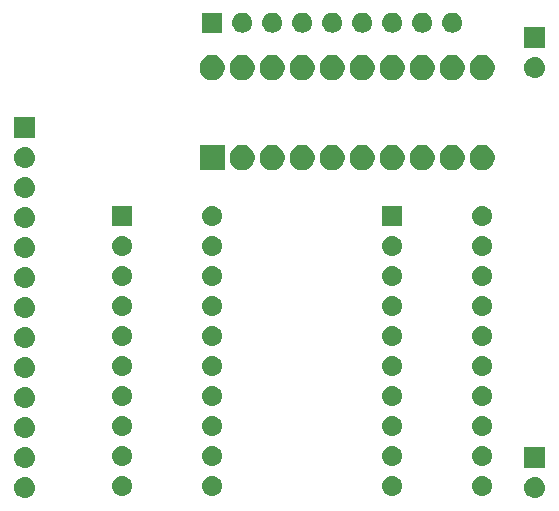
<source format=gbs>
G04 #@! TF.GenerationSoftware,KiCad,Pcbnew,(5.1.2)-2*
G04 #@! TF.CreationDate,2019-08-11T20:12:25+02:00*
G04 #@! TF.ProjectId,Register,52656769-7374-4657-922e-6b696361645f,rev?*
G04 #@! TF.SameCoordinates,Original*
G04 #@! TF.FileFunction,Soldermask,Bot*
G04 #@! TF.FilePolarity,Negative*
%FSLAX46Y46*%
G04 Gerber Fmt 4.6, Leading zero omitted, Abs format (unit mm)*
G04 Created by KiCad (PCBNEW (5.1.2)-2) date 2019-08-11 20:12:25*
%MOMM*%
%LPD*%
G04 APERTURE LIST*
%ADD10C,0.100000*%
G04 APERTURE END LIST*
D10*
G36*
X76945442Y-62605518D02*
G01*
X77011627Y-62612037D01*
X77181466Y-62663557D01*
X77337991Y-62747222D01*
X77363724Y-62768341D01*
X77475186Y-62859814D01*
X77558448Y-62961271D01*
X77587778Y-62997009D01*
X77671443Y-63153534D01*
X77722963Y-63323373D01*
X77740359Y-63500000D01*
X77722963Y-63676627D01*
X77671443Y-63846466D01*
X77587778Y-64002991D01*
X77558448Y-64038729D01*
X77475186Y-64140186D01*
X77388060Y-64211687D01*
X77337991Y-64252778D01*
X77181466Y-64336443D01*
X77011627Y-64387963D01*
X76945442Y-64394482D01*
X76879260Y-64401000D01*
X76790740Y-64401000D01*
X76724558Y-64394482D01*
X76658373Y-64387963D01*
X76488534Y-64336443D01*
X76332009Y-64252778D01*
X76281940Y-64211687D01*
X76194814Y-64140186D01*
X76111552Y-64038729D01*
X76082222Y-64002991D01*
X75998557Y-63846466D01*
X75947037Y-63676627D01*
X75929641Y-63500000D01*
X75947037Y-63323373D01*
X75998557Y-63153534D01*
X76082222Y-62997009D01*
X76111552Y-62961271D01*
X76194814Y-62859814D01*
X76306276Y-62768341D01*
X76332009Y-62747222D01*
X76488534Y-62663557D01*
X76658373Y-62612037D01*
X76724558Y-62605518D01*
X76790740Y-62599000D01*
X76879260Y-62599000D01*
X76945442Y-62605518D01*
X76945442Y-62605518D01*
G37*
G36*
X33765442Y-62605518D02*
G01*
X33831627Y-62612037D01*
X34001466Y-62663557D01*
X34157991Y-62747222D01*
X34183724Y-62768341D01*
X34295186Y-62859814D01*
X34378448Y-62961271D01*
X34407778Y-62997009D01*
X34491443Y-63153534D01*
X34542963Y-63323373D01*
X34560359Y-63500000D01*
X34542963Y-63676627D01*
X34491443Y-63846466D01*
X34407778Y-64002991D01*
X34378448Y-64038729D01*
X34295186Y-64140186D01*
X34208060Y-64211687D01*
X34157991Y-64252778D01*
X34001466Y-64336443D01*
X33831627Y-64387963D01*
X33765442Y-64394482D01*
X33699260Y-64401000D01*
X33610740Y-64401000D01*
X33544558Y-64394482D01*
X33478373Y-64387963D01*
X33308534Y-64336443D01*
X33152009Y-64252778D01*
X33101940Y-64211687D01*
X33014814Y-64140186D01*
X32931552Y-64038729D01*
X32902222Y-64002991D01*
X32818557Y-63846466D01*
X32767037Y-63676627D01*
X32749641Y-63500000D01*
X32767037Y-63323373D01*
X32818557Y-63153534D01*
X32902222Y-62997009D01*
X32931552Y-62961271D01*
X33014814Y-62859814D01*
X33126276Y-62768341D01*
X33152009Y-62747222D01*
X33308534Y-62663557D01*
X33478373Y-62612037D01*
X33544558Y-62605518D01*
X33610740Y-62599000D01*
X33699260Y-62599000D01*
X33765442Y-62605518D01*
X33765442Y-62605518D01*
G37*
G36*
X64936823Y-62534313D02*
G01*
X65097242Y-62582976D01*
X65151611Y-62612037D01*
X65245078Y-62661996D01*
X65374659Y-62768341D01*
X65481004Y-62897922D01*
X65481005Y-62897924D01*
X65560024Y-63045758D01*
X65608687Y-63206177D01*
X65625117Y-63373000D01*
X65608687Y-63539823D01*
X65560024Y-63700242D01*
X65489114Y-63832906D01*
X65481004Y-63848078D01*
X65374659Y-63977659D01*
X65245078Y-64084004D01*
X65245076Y-64084005D01*
X65097242Y-64163024D01*
X64936823Y-64211687D01*
X64811804Y-64224000D01*
X64728196Y-64224000D01*
X64603177Y-64211687D01*
X64442758Y-64163024D01*
X64294924Y-64084005D01*
X64294922Y-64084004D01*
X64165341Y-63977659D01*
X64058996Y-63848078D01*
X64050886Y-63832906D01*
X63979976Y-63700242D01*
X63931313Y-63539823D01*
X63914883Y-63373000D01*
X63931313Y-63206177D01*
X63979976Y-63045758D01*
X64058995Y-62897924D01*
X64058996Y-62897922D01*
X64165341Y-62768341D01*
X64294922Y-62661996D01*
X64388389Y-62612037D01*
X64442758Y-62582976D01*
X64603177Y-62534313D01*
X64728196Y-62522000D01*
X64811804Y-62522000D01*
X64936823Y-62534313D01*
X64936823Y-62534313D01*
G37*
G36*
X72556823Y-62534313D02*
G01*
X72717242Y-62582976D01*
X72771611Y-62612037D01*
X72865078Y-62661996D01*
X72994659Y-62768341D01*
X73101004Y-62897922D01*
X73101005Y-62897924D01*
X73180024Y-63045758D01*
X73228687Y-63206177D01*
X73245117Y-63373000D01*
X73228687Y-63539823D01*
X73180024Y-63700242D01*
X73109114Y-63832906D01*
X73101004Y-63848078D01*
X72994659Y-63977659D01*
X72865078Y-64084004D01*
X72865076Y-64084005D01*
X72717242Y-64163024D01*
X72556823Y-64211687D01*
X72431804Y-64224000D01*
X72348196Y-64224000D01*
X72223177Y-64211687D01*
X72062758Y-64163024D01*
X71914924Y-64084005D01*
X71914922Y-64084004D01*
X71785341Y-63977659D01*
X71678996Y-63848078D01*
X71670886Y-63832906D01*
X71599976Y-63700242D01*
X71551313Y-63539823D01*
X71534883Y-63373000D01*
X71551313Y-63206177D01*
X71599976Y-63045758D01*
X71678995Y-62897924D01*
X71678996Y-62897922D01*
X71785341Y-62768341D01*
X71914922Y-62661996D01*
X72008389Y-62612037D01*
X72062758Y-62582976D01*
X72223177Y-62534313D01*
X72348196Y-62522000D01*
X72431804Y-62522000D01*
X72556823Y-62534313D01*
X72556823Y-62534313D01*
G37*
G36*
X49696823Y-62534313D02*
G01*
X49857242Y-62582976D01*
X49911611Y-62612037D01*
X50005078Y-62661996D01*
X50134659Y-62768341D01*
X50241004Y-62897922D01*
X50241005Y-62897924D01*
X50320024Y-63045758D01*
X50368687Y-63206177D01*
X50385117Y-63373000D01*
X50368687Y-63539823D01*
X50320024Y-63700242D01*
X50249114Y-63832906D01*
X50241004Y-63848078D01*
X50134659Y-63977659D01*
X50005078Y-64084004D01*
X50005076Y-64084005D01*
X49857242Y-64163024D01*
X49696823Y-64211687D01*
X49571804Y-64224000D01*
X49488196Y-64224000D01*
X49363177Y-64211687D01*
X49202758Y-64163024D01*
X49054924Y-64084005D01*
X49054922Y-64084004D01*
X48925341Y-63977659D01*
X48818996Y-63848078D01*
X48810886Y-63832906D01*
X48739976Y-63700242D01*
X48691313Y-63539823D01*
X48674883Y-63373000D01*
X48691313Y-63206177D01*
X48739976Y-63045758D01*
X48818995Y-62897924D01*
X48818996Y-62897922D01*
X48925341Y-62768341D01*
X49054922Y-62661996D01*
X49148389Y-62612037D01*
X49202758Y-62582976D01*
X49363177Y-62534313D01*
X49488196Y-62522000D01*
X49571804Y-62522000D01*
X49696823Y-62534313D01*
X49696823Y-62534313D01*
G37*
G36*
X42076823Y-62534313D02*
G01*
X42237242Y-62582976D01*
X42291611Y-62612037D01*
X42385078Y-62661996D01*
X42514659Y-62768341D01*
X42621004Y-62897922D01*
X42621005Y-62897924D01*
X42700024Y-63045758D01*
X42748687Y-63206177D01*
X42765117Y-63373000D01*
X42748687Y-63539823D01*
X42700024Y-63700242D01*
X42629114Y-63832906D01*
X42621004Y-63848078D01*
X42514659Y-63977659D01*
X42385078Y-64084004D01*
X42385076Y-64084005D01*
X42237242Y-64163024D01*
X42076823Y-64211687D01*
X41951804Y-64224000D01*
X41868196Y-64224000D01*
X41743177Y-64211687D01*
X41582758Y-64163024D01*
X41434924Y-64084005D01*
X41434922Y-64084004D01*
X41305341Y-63977659D01*
X41198996Y-63848078D01*
X41190886Y-63832906D01*
X41119976Y-63700242D01*
X41071313Y-63539823D01*
X41054883Y-63373000D01*
X41071313Y-63206177D01*
X41119976Y-63045758D01*
X41198995Y-62897924D01*
X41198996Y-62897922D01*
X41305341Y-62768341D01*
X41434922Y-62661996D01*
X41528389Y-62612037D01*
X41582758Y-62582976D01*
X41743177Y-62534313D01*
X41868196Y-62522000D01*
X41951804Y-62522000D01*
X42076823Y-62534313D01*
X42076823Y-62534313D01*
G37*
G36*
X77736000Y-61861000D02*
G01*
X75934000Y-61861000D01*
X75934000Y-60059000D01*
X77736000Y-60059000D01*
X77736000Y-61861000D01*
X77736000Y-61861000D01*
G37*
G36*
X33765442Y-60065518D02*
G01*
X33831627Y-60072037D01*
X34001466Y-60123557D01*
X34157991Y-60207222D01*
X34183724Y-60228341D01*
X34295186Y-60319814D01*
X34378448Y-60421271D01*
X34407778Y-60457009D01*
X34491443Y-60613534D01*
X34542963Y-60783373D01*
X34560359Y-60960000D01*
X34542963Y-61136627D01*
X34491443Y-61306466D01*
X34407778Y-61462991D01*
X34378448Y-61498729D01*
X34295186Y-61600186D01*
X34208060Y-61671687D01*
X34157991Y-61712778D01*
X34001466Y-61796443D01*
X33831627Y-61847963D01*
X33765443Y-61854481D01*
X33699260Y-61861000D01*
X33610740Y-61861000D01*
X33544557Y-61854481D01*
X33478373Y-61847963D01*
X33308534Y-61796443D01*
X33152009Y-61712778D01*
X33101940Y-61671687D01*
X33014814Y-61600186D01*
X32931552Y-61498729D01*
X32902222Y-61462991D01*
X32818557Y-61306466D01*
X32767037Y-61136627D01*
X32749641Y-60960000D01*
X32767037Y-60783373D01*
X32818557Y-60613534D01*
X32902222Y-60457009D01*
X32931552Y-60421271D01*
X33014814Y-60319814D01*
X33126276Y-60228341D01*
X33152009Y-60207222D01*
X33308534Y-60123557D01*
X33478373Y-60072037D01*
X33544558Y-60065518D01*
X33610740Y-60059000D01*
X33699260Y-60059000D01*
X33765442Y-60065518D01*
X33765442Y-60065518D01*
G37*
G36*
X64936823Y-59994313D02*
G01*
X65097242Y-60042976D01*
X65151611Y-60072037D01*
X65245078Y-60121996D01*
X65374659Y-60228341D01*
X65481004Y-60357922D01*
X65481005Y-60357924D01*
X65560024Y-60505758D01*
X65608687Y-60666177D01*
X65625117Y-60833000D01*
X65608687Y-60999823D01*
X65560024Y-61160242D01*
X65489114Y-61292906D01*
X65481004Y-61308078D01*
X65374659Y-61437659D01*
X65245078Y-61544004D01*
X65245076Y-61544005D01*
X65097242Y-61623024D01*
X64936823Y-61671687D01*
X64811804Y-61684000D01*
X64728196Y-61684000D01*
X64603177Y-61671687D01*
X64442758Y-61623024D01*
X64294924Y-61544005D01*
X64294922Y-61544004D01*
X64165341Y-61437659D01*
X64058996Y-61308078D01*
X64050886Y-61292906D01*
X63979976Y-61160242D01*
X63931313Y-60999823D01*
X63914883Y-60833000D01*
X63931313Y-60666177D01*
X63979976Y-60505758D01*
X64058995Y-60357924D01*
X64058996Y-60357922D01*
X64165341Y-60228341D01*
X64294922Y-60121996D01*
X64388389Y-60072037D01*
X64442758Y-60042976D01*
X64603177Y-59994313D01*
X64728196Y-59982000D01*
X64811804Y-59982000D01*
X64936823Y-59994313D01*
X64936823Y-59994313D01*
G37*
G36*
X42076823Y-59994313D02*
G01*
X42237242Y-60042976D01*
X42291611Y-60072037D01*
X42385078Y-60121996D01*
X42514659Y-60228341D01*
X42621004Y-60357922D01*
X42621005Y-60357924D01*
X42700024Y-60505758D01*
X42748687Y-60666177D01*
X42765117Y-60833000D01*
X42748687Y-60999823D01*
X42700024Y-61160242D01*
X42629114Y-61292906D01*
X42621004Y-61308078D01*
X42514659Y-61437659D01*
X42385078Y-61544004D01*
X42385076Y-61544005D01*
X42237242Y-61623024D01*
X42076823Y-61671687D01*
X41951804Y-61684000D01*
X41868196Y-61684000D01*
X41743177Y-61671687D01*
X41582758Y-61623024D01*
X41434924Y-61544005D01*
X41434922Y-61544004D01*
X41305341Y-61437659D01*
X41198996Y-61308078D01*
X41190886Y-61292906D01*
X41119976Y-61160242D01*
X41071313Y-60999823D01*
X41054883Y-60833000D01*
X41071313Y-60666177D01*
X41119976Y-60505758D01*
X41198995Y-60357924D01*
X41198996Y-60357922D01*
X41305341Y-60228341D01*
X41434922Y-60121996D01*
X41528389Y-60072037D01*
X41582758Y-60042976D01*
X41743177Y-59994313D01*
X41868196Y-59982000D01*
X41951804Y-59982000D01*
X42076823Y-59994313D01*
X42076823Y-59994313D01*
G37*
G36*
X72556823Y-59994313D02*
G01*
X72717242Y-60042976D01*
X72771611Y-60072037D01*
X72865078Y-60121996D01*
X72994659Y-60228341D01*
X73101004Y-60357922D01*
X73101005Y-60357924D01*
X73180024Y-60505758D01*
X73228687Y-60666177D01*
X73245117Y-60833000D01*
X73228687Y-60999823D01*
X73180024Y-61160242D01*
X73109114Y-61292906D01*
X73101004Y-61308078D01*
X72994659Y-61437659D01*
X72865078Y-61544004D01*
X72865076Y-61544005D01*
X72717242Y-61623024D01*
X72556823Y-61671687D01*
X72431804Y-61684000D01*
X72348196Y-61684000D01*
X72223177Y-61671687D01*
X72062758Y-61623024D01*
X71914924Y-61544005D01*
X71914922Y-61544004D01*
X71785341Y-61437659D01*
X71678996Y-61308078D01*
X71670886Y-61292906D01*
X71599976Y-61160242D01*
X71551313Y-60999823D01*
X71534883Y-60833000D01*
X71551313Y-60666177D01*
X71599976Y-60505758D01*
X71678995Y-60357924D01*
X71678996Y-60357922D01*
X71785341Y-60228341D01*
X71914922Y-60121996D01*
X72008389Y-60072037D01*
X72062758Y-60042976D01*
X72223177Y-59994313D01*
X72348196Y-59982000D01*
X72431804Y-59982000D01*
X72556823Y-59994313D01*
X72556823Y-59994313D01*
G37*
G36*
X49696823Y-59994313D02*
G01*
X49857242Y-60042976D01*
X49911611Y-60072037D01*
X50005078Y-60121996D01*
X50134659Y-60228341D01*
X50241004Y-60357922D01*
X50241005Y-60357924D01*
X50320024Y-60505758D01*
X50368687Y-60666177D01*
X50385117Y-60833000D01*
X50368687Y-60999823D01*
X50320024Y-61160242D01*
X50249114Y-61292906D01*
X50241004Y-61308078D01*
X50134659Y-61437659D01*
X50005078Y-61544004D01*
X50005076Y-61544005D01*
X49857242Y-61623024D01*
X49696823Y-61671687D01*
X49571804Y-61684000D01*
X49488196Y-61684000D01*
X49363177Y-61671687D01*
X49202758Y-61623024D01*
X49054924Y-61544005D01*
X49054922Y-61544004D01*
X48925341Y-61437659D01*
X48818996Y-61308078D01*
X48810886Y-61292906D01*
X48739976Y-61160242D01*
X48691313Y-60999823D01*
X48674883Y-60833000D01*
X48691313Y-60666177D01*
X48739976Y-60505758D01*
X48818995Y-60357924D01*
X48818996Y-60357922D01*
X48925341Y-60228341D01*
X49054922Y-60121996D01*
X49148389Y-60072037D01*
X49202758Y-60042976D01*
X49363177Y-59994313D01*
X49488196Y-59982000D01*
X49571804Y-59982000D01*
X49696823Y-59994313D01*
X49696823Y-59994313D01*
G37*
G36*
X33765443Y-57525519D02*
G01*
X33831627Y-57532037D01*
X34001466Y-57583557D01*
X34157991Y-57667222D01*
X34183724Y-57688341D01*
X34295186Y-57779814D01*
X34378448Y-57881271D01*
X34407778Y-57917009D01*
X34491443Y-58073534D01*
X34542963Y-58243373D01*
X34560359Y-58420000D01*
X34542963Y-58596627D01*
X34491443Y-58766466D01*
X34407778Y-58922991D01*
X34378448Y-58958729D01*
X34295186Y-59060186D01*
X34208060Y-59131687D01*
X34157991Y-59172778D01*
X34001466Y-59256443D01*
X33831627Y-59307963D01*
X33765442Y-59314482D01*
X33699260Y-59321000D01*
X33610740Y-59321000D01*
X33544558Y-59314482D01*
X33478373Y-59307963D01*
X33308534Y-59256443D01*
X33152009Y-59172778D01*
X33101940Y-59131687D01*
X33014814Y-59060186D01*
X32931552Y-58958729D01*
X32902222Y-58922991D01*
X32818557Y-58766466D01*
X32767037Y-58596627D01*
X32749641Y-58420000D01*
X32767037Y-58243373D01*
X32818557Y-58073534D01*
X32902222Y-57917009D01*
X32931552Y-57881271D01*
X33014814Y-57779814D01*
X33126276Y-57688341D01*
X33152009Y-57667222D01*
X33308534Y-57583557D01*
X33478373Y-57532037D01*
X33544557Y-57525519D01*
X33610740Y-57519000D01*
X33699260Y-57519000D01*
X33765443Y-57525519D01*
X33765443Y-57525519D01*
G37*
G36*
X49696823Y-57454313D02*
G01*
X49857242Y-57502976D01*
X49911611Y-57532037D01*
X50005078Y-57581996D01*
X50134659Y-57688341D01*
X50241004Y-57817922D01*
X50241005Y-57817924D01*
X50320024Y-57965758D01*
X50368687Y-58126177D01*
X50385117Y-58293000D01*
X50368687Y-58459823D01*
X50320024Y-58620242D01*
X50249114Y-58752906D01*
X50241004Y-58768078D01*
X50134659Y-58897659D01*
X50005078Y-59004004D01*
X50005076Y-59004005D01*
X49857242Y-59083024D01*
X49696823Y-59131687D01*
X49571804Y-59144000D01*
X49488196Y-59144000D01*
X49363177Y-59131687D01*
X49202758Y-59083024D01*
X49054924Y-59004005D01*
X49054922Y-59004004D01*
X48925341Y-58897659D01*
X48818996Y-58768078D01*
X48810886Y-58752906D01*
X48739976Y-58620242D01*
X48691313Y-58459823D01*
X48674883Y-58293000D01*
X48691313Y-58126177D01*
X48739976Y-57965758D01*
X48818995Y-57817924D01*
X48818996Y-57817922D01*
X48925341Y-57688341D01*
X49054922Y-57581996D01*
X49148389Y-57532037D01*
X49202758Y-57502976D01*
X49363177Y-57454313D01*
X49488196Y-57442000D01*
X49571804Y-57442000D01*
X49696823Y-57454313D01*
X49696823Y-57454313D01*
G37*
G36*
X72556823Y-57454313D02*
G01*
X72717242Y-57502976D01*
X72771611Y-57532037D01*
X72865078Y-57581996D01*
X72994659Y-57688341D01*
X73101004Y-57817922D01*
X73101005Y-57817924D01*
X73180024Y-57965758D01*
X73228687Y-58126177D01*
X73245117Y-58293000D01*
X73228687Y-58459823D01*
X73180024Y-58620242D01*
X73109114Y-58752906D01*
X73101004Y-58768078D01*
X72994659Y-58897659D01*
X72865078Y-59004004D01*
X72865076Y-59004005D01*
X72717242Y-59083024D01*
X72556823Y-59131687D01*
X72431804Y-59144000D01*
X72348196Y-59144000D01*
X72223177Y-59131687D01*
X72062758Y-59083024D01*
X71914924Y-59004005D01*
X71914922Y-59004004D01*
X71785341Y-58897659D01*
X71678996Y-58768078D01*
X71670886Y-58752906D01*
X71599976Y-58620242D01*
X71551313Y-58459823D01*
X71534883Y-58293000D01*
X71551313Y-58126177D01*
X71599976Y-57965758D01*
X71678995Y-57817924D01*
X71678996Y-57817922D01*
X71785341Y-57688341D01*
X71914922Y-57581996D01*
X72008389Y-57532037D01*
X72062758Y-57502976D01*
X72223177Y-57454313D01*
X72348196Y-57442000D01*
X72431804Y-57442000D01*
X72556823Y-57454313D01*
X72556823Y-57454313D01*
G37*
G36*
X42076823Y-57454313D02*
G01*
X42237242Y-57502976D01*
X42291611Y-57532037D01*
X42385078Y-57581996D01*
X42514659Y-57688341D01*
X42621004Y-57817922D01*
X42621005Y-57817924D01*
X42700024Y-57965758D01*
X42748687Y-58126177D01*
X42765117Y-58293000D01*
X42748687Y-58459823D01*
X42700024Y-58620242D01*
X42629114Y-58752906D01*
X42621004Y-58768078D01*
X42514659Y-58897659D01*
X42385078Y-59004004D01*
X42385076Y-59004005D01*
X42237242Y-59083024D01*
X42076823Y-59131687D01*
X41951804Y-59144000D01*
X41868196Y-59144000D01*
X41743177Y-59131687D01*
X41582758Y-59083024D01*
X41434924Y-59004005D01*
X41434922Y-59004004D01*
X41305341Y-58897659D01*
X41198996Y-58768078D01*
X41190886Y-58752906D01*
X41119976Y-58620242D01*
X41071313Y-58459823D01*
X41054883Y-58293000D01*
X41071313Y-58126177D01*
X41119976Y-57965758D01*
X41198995Y-57817924D01*
X41198996Y-57817922D01*
X41305341Y-57688341D01*
X41434922Y-57581996D01*
X41528389Y-57532037D01*
X41582758Y-57502976D01*
X41743177Y-57454313D01*
X41868196Y-57442000D01*
X41951804Y-57442000D01*
X42076823Y-57454313D01*
X42076823Y-57454313D01*
G37*
G36*
X64936823Y-57454313D02*
G01*
X65097242Y-57502976D01*
X65151611Y-57532037D01*
X65245078Y-57581996D01*
X65374659Y-57688341D01*
X65481004Y-57817922D01*
X65481005Y-57817924D01*
X65560024Y-57965758D01*
X65608687Y-58126177D01*
X65625117Y-58293000D01*
X65608687Y-58459823D01*
X65560024Y-58620242D01*
X65489114Y-58752906D01*
X65481004Y-58768078D01*
X65374659Y-58897659D01*
X65245078Y-59004004D01*
X65245076Y-59004005D01*
X65097242Y-59083024D01*
X64936823Y-59131687D01*
X64811804Y-59144000D01*
X64728196Y-59144000D01*
X64603177Y-59131687D01*
X64442758Y-59083024D01*
X64294924Y-59004005D01*
X64294922Y-59004004D01*
X64165341Y-58897659D01*
X64058996Y-58768078D01*
X64050886Y-58752906D01*
X63979976Y-58620242D01*
X63931313Y-58459823D01*
X63914883Y-58293000D01*
X63931313Y-58126177D01*
X63979976Y-57965758D01*
X64058995Y-57817924D01*
X64058996Y-57817922D01*
X64165341Y-57688341D01*
X64294922Y-57581996D01*
X64388389Y-57532037D01*
X64442758Y-57502976D01*
X64603177Y-57454313D01*
X64728196Y-57442000D01*
X64811804Y-57442000D01*
X64936823Y-57454313D01*
X64936823Y-57454313D01*
G37*
G36*
X33765443Y-54985519D02*
G01*
X33831627Y-54992037D01*
X34001466Y-55043557D01*
X34157991Y-55127222D01*
X34183724Y-55148341D01*
X34295186Y-55239814D01*
X34378448Y-55341271D01*
X34407778Y-55377009D01*
X34491443Y-55533534D01*
X34542963Y-55703373D01*
X34560359Y-55880000D01*
X34542963Y-56056627D01*
X34491443Y-56226466D01*
X34407778Y-56382991D01*
X34378448Y-56418729D01*
X34295186Y-56520186D01*
X34208060Y-56591687D01*
X34157991Y-56632778D01*
X34001466Y-56716443D01*
X33831627Y-56767963D01*
X33765443Y-56774481D01*
X33699260Y-56781000D01*
X33610740Y-56781000D01*
X33544557Y-56774481D01*
X33478373Y-56767963D01*
X33308534Y-56716443D01*
X33152009Y-56632778D01*
X33101940Y-56591687D01*
X33014814Y-56520186D01*
X32931552Y-56418729D01*
X32902222Y-56382991D01*
X32818557Y-56226466D01*
X32767037Y-56056627D01*
X32749641Y-55880000D01*
X32767037Y-55703373D01*
X32818557Y-55533534D01*
X32902222Y-55377009D01*
X32931552Y-55341271D01*
X33014814Y-55239814D01*
X33126276Y-55148341D01*
X33152009Y-55127222D01*
X33308534Y-55043557D01*
X33478373Y-54992037D01*
X33544557Y-54985519D01*
X33610740Y-54979000D01*
X33699260Y-54979000D01*
X33765443Y-54985519D01*
X33765443Y-54985519D01*
G37*
G36*
X49696823Y-54914313D02*
G01*
X49857242Y-54962976D01*
X49911611Y-54992037D01*
X50005078Y-55041996D01*
X50134659Y-55148341D01*
X50241004Y-55277922D01*
X50241005Y-55277924D01*
X50320024Y-55425758D01*
X50368687Y-55586177D01*
X50385117Y-55753000D01*
X50368687Y-55919823D01*
X50320024Y-56080242D01*
X50249114Y-56212906D01*
X50241004Y-56228078D01*
X50134659Y-56357659D01*
X50005078Y-56464004D01*
X50005076Y-56464005D01*
X49857242Y-56543024D01*
X49696823Y-56591687D01*
X49571804Y-56604000D01*
X49488196Y-56604000D01*
X49363177Y-56591687D01*
X49202758Y-56543024D01*
X49054924Y-56464005D01*
X49054922Y-56464004D01*
X48925341Y-56357659D01*
X48818996Y-56228078D01*
X48810886Y-56212906D01*
X48739976Y-56080242D01*
X48691313Y-55919823D01*
X48674883Y-55753000D01*
X48691313Y-55586177D01*
X48739976Y-55425758D01*
X48818995Y-55277924D01*
X48818996Y-55277922D01*
X48925341Y-55148341D01*
X49054922Y-55041996D01*
X49148389Y-54992037D01*
X49202758Y-54962976D01*
X49363177Y-54914313D01*
X49488196Y-54902000D01*
X49571804Y-54902000D01*
X49696823Y-54914313D01*
X49696823Y-54914313D01*
G37*
G36*
X42076823Y-54914313D02*
G01*
X42237242Y-54962976D01*
X42291611Y-54992037D01*
X42385078Y-55041996D01*
X42514659Y-55148341D01*
X42621004Y-55277922D01*
X42621005Y-55277924D01*
X42700024Y-55425758D01*
X42748687Y-55586177D01*
X42765117Y-55753000D01*
X42748687Y-55919823D01*
X42700024Y-56080242D01*
X42629114Y-56212906D01*
X42621004Y-56228078D01*
X42514659Y-56357659D01*
X42385078Y-56464004D01*
X42385076Y-56464005D01*
X42237242Y-56543024D01*
X42076823Y-56591687D01*
X41951804Y-56604000D01*
X41868196Y-56604000D01*
X41743177Y-56591687D01*
X41582758Y-56543024D01*
X41434924Y-56464005D01*
X41434922Y-56464004D01*
X41305341Y-56357659D01*
X41198996Y-56228078D01*
X41190886Y-56212906D01*
X41119976Y-56080242D01*
X41071313Y-55919823D01*
X41054883Y-55753000D01*
X41071313Y-55586177D01*
X41119976Y-55425758D01*
X41198995Y-55277924D01*
X41198996Y-55277922D01*
X41305341Y-55148341D01*
X41434922Y-55041996D01*
X41528389Y-54992037D01*
X41582758Y-54962976D01*
X41743177Y-54914313D01*
X41868196Y-54902000D01*
X41951804Y-54902000D01*
X42076823Y-54914313D01*
X42076823Y-54914313D01*
G37*
G36*
X64936823Y-54914313D02*
G01*
X65097242Y-54962976D01*
X65151611Y-54992037D01*
X65245078Y-55041996D01*
X65374659Y-55148341D01*
X65481004Y-55277922D01*
X65481005Y-55277924D01*
X65560024Y-55425758D01*
X65608687Y-55586177D01*
X65625117Y-55753000D01*
X65608687Y-55919823D01*
X65560024Y-56080242D01*
X65489114Y-56212906D01*
X65481004Y-56228078D01*
X65374659Y-56357659D01*
X65245078Y-56464004D01*
X65245076Y-56464005D01*
X65097242Y-56543024D01*
X64936823Y-56591687D01*
X64811804Y-56604000D01*
X64728196Y-56604000D01*
X64603177Y-56591687D01*
X64442758Y-56543024D01*
X64294924Y-56464005D01*
X64294922Y-56464004D01*
X64165341Y-56357659D01*
X64058996Y-56228078D01*
X64050886Y-56212906D01*
X63979976Y-56080242D01*
X63931313Y-55919823D01*
X63914883Y-55753000D01*
X63931313Y-55586177D01*
X63979976Y-55425758D01*
X64058995Y-55277924D01*
X64058996Y-55277922D01*
X64165341Y-55148341D01*
X64294922Y-55041996D01*
X64388389Y-54992037D01*
X64442758Y-54962976D01*
X64603177Y-54914313D01*
X64728196Y-54902000D01*
X64811804Y-54902000D01*
X64936823Y-54914313D01*
X64936823Y-54914313D01*
G37*
G36*
X72556823Y-54914313D02*
G01*
X72717242Y-54962976D01*
X72771611Y-54992037D01*
X72865078Y-55041996D01*
X72994659Y-55148341D01*
X73101004Y-55277922D01*
X73101005Y-55277924D01*
X73180024Y-55425758D01*
X73228687Y-55586177D01*
X73245117Y-55753000D01*
X73228687Y-55919823D01*
X73180024Y-56080242D01*
X73109114Y-56212906D01*
X73101004Y-56228078D01*
X72994659Y-56357659D01*
X72865078Y-56464004D01*
X72865076Y-56464005D01*
X72717242Y-56543024D01*
X72556823Y-56591687D01*
X72431804Y-56604000D01*
X72348196Y-56604000D01*
X72223177Y-56591687D01*
X72062758Y-56543024D01*
X71914924Y-56464005D01*
X71914922Y-56464004D01*
X71785341Y-56357659D01*
X71678996Y-56228078D01*
X71670886Y-56212906D01*
X71599976Y-56080242D01*
X71551313Y-55919823D01*
X71534883Y-55753000D01*
X71551313Y-55586177D01*
X71599976Y-55425758D01*
X71678995Y-55277924D01*
X71678996Y-55277922D01*
X71785341Y-55148341D01*
X71914922Y-55041996D01*
X72008389Y-54992037D01*
X72062758Y-54962976D01*
X72223177Y-54914313D01*
X72348196Y-54902000D01*
X72431804Y-54902000D01*
X72556823Y-54914313D01*
X72556823Y-54914313D01*
G37*
G36*
X33765443Y-52445519D02*
G01*
X33831627Y-52452037D01*
X34001466Y-52503557D01*
X34157991Y-52587222D01*
X34183724Y-52608341D01*
X34295186Y-52699814D01*
X34378448Y-52801271D01*
X34407778Y-52837009D01*
X34491443Y-52993534D01*
X34542963Y-53163373D01*
X34560359Y-53340000D01*
X34542963Y-53516627D01*
X34491443Y-53686466D01*
X34407778Y-53842991D01*
X34378448Y-53878729D01*
X34295186Y-53980186D01*
X34208060Y-54051687D01*
X34157991Y-54092778D01*
X34001466Y-54176443D01*
X33831627Y-54227963D01*
X33765442Y-54234482D01*
X33699260Y-54241000D01*
X33610740Y-54241000D01*
X33544558Y-54234482D01*
X33478373Y-54227963D01*
X33308534Y-54176443D01*
X33152009Y-54092778D01*
X33101940Y-54051687D01*
X33014814Y-53980186D01*
X32931552Y-53878729D01*
X32902222Y-53842991D01*
X32818557Y-53686466D01*
X32767037Y-53516627D01*
X32749641Y-53340000D01*
X32767037Y-53163373D01*
X32818557Y-52993534D01*
X32902222Y-52837009D01*
X32931552Y-52801271D01*
X33014814Y-52699814D01*
X33126276Y-52608341D01*
X33152009Y-52587222D01*
X33308534Y-52503557D01*
X33478373Y-52452037D01*
X33544558Y-52445518D01*
X33610740Y-52439000D01*
X33699260Y-52439000D01*
X33765443Y-52445519D01*
X33765443Y-52445519D01*
G37*
G36*
X72556823Y-52374313D02*
G01*
X72717242Y-52422976D01*
X72771611Y-52452037D01*
X72865078Y-52501996D01*
X72994659Y-52608341D01*
X73101004Y-52737922D01*
X73101005Y-52737924D01*
X73180024Y-52885758D01*
X73228687Y-53046177D01*
X73245117Y-53213000D01*
X73228687Y-53379823D01*
X73180024Y-53540242D01*
X73109114Y-53672906D01*
X73101004Y-53688078D01*
X72994659Y-53817659D01*
X72865078Y-53924004D01*
X72865076Y-53924005D01*
X72717242Y-54003024D01*
X72556823Y-54051687D01*
X72431804Y-54064000D01*
X72348196Y-54064000D01*
X72223177Y-54051687D01*
X72062758Y-54003024D01*
X71914924Y-53924005D01*
X71914922Y-53924004D01*
X71785341Y-53817659D01*
X71678996Y-53688078D01*
X71670886Y-53672906D01*
X71599976Y-53540242D01*
X71551313Y-53379823D01*
X71534883Y-53213000D01*
X71551313Y-53046177D01*
X71599976Y-52885758D01*
X71678995Y-52737924D01*
X71678996Y-52737922D01*
X71785341Y-52608341D01*
X71914922Y-52501996D01*
X72008389Y-52452037D01*
X72062758Y-52422976D01*
X72223177Y-52374313D01*
X72348196Y-52362000D01*
X72431804Y-52362000D01*
X72556823Y-52374313D01*
X72556823Y-52374313D01*
G37*
G36*
X64936823Y-52374313D02*
G01*
X65097242Y-52422976D01*
X65151611Y-52452037D01*
X65245078Y-52501996D01*
X65374659Y-52608341D01*
X65481004Y-52737922D01*
X65481005Y-52737924D01*
X65560024Y-52885758D01*
X65608687Y-53046177D01*
X65625117Y-53213000D01*
X65608687Y-53379823D01*
X65560024Y-53540242D01*
X65489114Y-53672906D01*
X65481004Y-53688078D01*
X65374659Y-53817659D01*
X65245078Y-53924004D01*
X65245076Y-53924005D01*
X65097242Y-54003024D01*
X64936823Y-54051687D01*
X64811804Y-54064000D01*
X64728196Y-54064000D01*
X64603177Y-54051687D01*
X64442758Y-54003024D01*
X64294924Y-53924005D01*
X64294922Y-53924004D01*
X64165341Y-53817659D01*
X64058996Y-53688078D01*
X64050886Y-53672906D01*
X63979976Y-53540242D01*
X63931313Y-53379823D01*
X63914883Y-53213000D01*
X63931313Y-53046177D01*
X63979976Y-52885758D01*
X64058995Y-52737924D01*
X64058996Y-52737922D01*
X64165341Y-52608341D01*
X64294922Y-52501996D01*
X64388389Y-52452037D01*
X64442758Y-52422976D01*
X64603177Y-52374313D01*
X64728196Y-52362000D01*
X64811804Y-52362000D01*
X64936823Y-52374313D01*
X64936823Y-52374313D01*
G37*
G36*
X49696823Y-52374313D02*
G01*
X49857242Y-52422976D01*
X49911611Y-52452037D01*
X50005078Y-52501996D01*
X50134659Y-52608341D01*
X50241004Y-52737922D01*
X50241005Y-52737924D01*
X50320024Y-52885758D01*
X50368687Y-53046177D01*
X50385117Y-53213000D01*
X50368687Y-53379823D01*
X50320024Y-53540242D01*
X50249114Y-53672906D01*
X50241004Y-53688078D01*
X50134659Y-53817659D01*
X50005078Y-53924004D01*
X50005076Y-53924005D01*
X49857242Y-54003024D01*
X49696823Y-54051687D01*
X49571804Y-54064000D01*
X49488196Y-54064000D01*
X49363177Y-54051687D01*
X49202758Y-54003024D01*
X49054924Y-53924005D01*
X49054922Y-53924004D01*
X48925341Y-53817659D01*
X48818996Y-53688078D01*
X48810886Y-53672906D01*
X48739976Y-53540242D01*
X48691313Y-53379823D01*
X48674883Y-53213000D01*
X48691313Y-53046177D01*
X48739976Y-52885758D01*
X48818995Y-52737924D01*
X48818996Y-52737922D01*
X48925341Y-52608341D01*
X49054922Y-52501996D01*
X49148389Y-52452037D01*
X49202758Y-52422976D01*
X49363177Y-52374313D01*
X49488196Y-52362000D01*
X49571804Y-52362000D01*
X49696823Y-52374313D01*
X49696823Y-52374313D01*
G37*
G36*
X42076823Y-52374313D02*
G01*
X42237242Y-52422976D01*
X42291611Y-52452037D01*
X42385078Y-52501996D01*
X42514659Y-52608341D01*
X42621004Y-52737922D01*
X42621005Y-52737924D01*
X42700024Y-52885758D01*
X42748687Y-53046177D01*
X42765117Y-53213000D01*
X42748687Y-53379823D01*
X42700024Y-53540242D01*
X42629114Y-53672906D01*
X42621004Y-53688078D01*
X42514659Y-53817659D01*
X42385078Y-53924004D01*
X42385076Y-53924005D01*
X42237242Y-54003024D01*
X42076823Y-54051687D01*
X41951804Y-54064000D01*
X41868196Y-54064000D01*
X41743177Y-54051687D01*
X41582758Y-54003024D01*
X41434924Y-53924005D01*
X41434922Y-53924004D01*
X41305341Y-53817659D01*
X41198996Y-53688078D01*
X41190886Y-53672906D01*
X41119976Y-53540242D01*
X41071313Y-53379823D01*
X41054883Y-53213000D01*
X41071313Y-53046177D01*
X41119976Y-52885758D01*
X41198995Y-52737924D01*
X41198996Y-52737922D01*
X41305341Y-52608341D01*
X41434922Y-52501996D01*
X41528389Y-52452037D01*
X41582758Y-52422976D01*
X41743177Y-52374313D01*
X41868196Y-52362000D01*
X41951804Y-52362000D01*
X42076823Y-52374313D01*
X42076823Y-52374313D01*
G37*
G36*
X33765442Y-49905518D02*
G01*
X33831627Y-49912037D01*
X34001466Y-49963557D01*
X34157991Y-50047222D01*
X34183724Y-50068341D01*
X34295186Y-50159814D01*
X34378448Y-50261271D01*
X34407778Y-50297009D01*
X34491443Y-50453534D01*
X34542963Y-50623373D01*
X34560359Y-50800000D01*
X34542963Y-50976627D01*
X34491443Y-51146466D01*
X34407778Y-51302991D01*
X34378448Y-51338729D01*
X34295186Y-51440186D01*
X34208060Y-51511687D01*
X34157991Y-51552778D01*
X34001466Y-51636443D01*
X33831627Y-51687963D01*
X33765442Y-51694482D01*
X33699260Y-51701000D01*
X33610740Y-51701000D01*
X33544558Y-51694482D01*
X33478373Y-51687963D01*
X33308534Y-51636443D01*
X33152009Y-51552778D01*
X33101940Y-51511687D01*
X33014814Y-51440186D01*
X32931552Y-51338729D01*
X32902222Y-51302991D01*
X32818557Y-51146466D01*
X32767037Y-50976627D01*
X32749641Y-50800000D01*
X32767037Y-50623373D01*
X32818557Y-50453534D01*
X32902222Y-50297009D01*
X32931552Y-50261271D01*
X33014814Y-50159814D01*
X33126276Y-50068341D01*
X33152009Y-50047222D01*
X33308534Y-49963557D01*
X33478373Y-49912037D01*
X33544557Y-49905519D01*
X33610740Y-49899000D01*
X33699260Y-49899000D01*
X33765442Y-49905518D01*
X33765442Y-49905518D01*
G37*
G36*
X72556823Y-49834313D02*
G01*
X72717242Y-49882976D01*
X72771611Y-49912037D01*
X72865078Y-49961996D01*
X72994659Y-50068341D01*
X73101004Y-50197922D01*
X73101005Y-50197924D01*
X73180024Y-50345758D01*
X73228687Y-50506177D01*
X73245117Y-50673000D01*
X73228687Y-50839823D01*
X73180024Y-51000242D01*
X73109114Y-51132906D01*
X73101004Y-51148078D01*
X72994659Y-51277659D01*
X72865078Y-51384004D01*
X72865076Y-51384005D01*
X72717242Y-51463024D01*
X72556823Y-51511687D01*
X72431804Y-51524000D01*
X72348196Y-51524000D01*
X72223177Y-51511687D01*
X72062758Y-51463024D01*
X71914924Y-51384005D01*
X71914922Y-51384004D01*
X71785341Y-51277659D01*
X71678996Y-51148078D01*
X71670886Y-51132906D01*
X71599976Y-51000242D01*
X71551313Y-50839823D01*
X71534883Y-50673000D01*
X71551313Y-50506177D01*
X71599976Y-50345758D01*
X71678995Y-50197924D01*
X71678996Y-50197922D01*
X71785341Y-50068341D01*
X71914922Y-49961996D01*
X72008389Y-49912037D01*
X72062758Y-49882976D01*
X72223177Y-49834313D01*
X72348196Y-49822000D01*
X72431804Y-49822000D01*
X72556823Y-49834313D01*
X72556823Y-49834313D01*
G37*
G36*
X64936823Y-49834313D02*
G01*
X65097242Y-49882976D01*
X65151611Y-49912037D01*
X65245078Y-49961996D01*
X65374659Y-50068341D01*
X65481004Y-50197922D01*
X65481005Y-50197924D01*
X65560024Y-50345758D01*
X65608687Y-50506177D01*
X65625117Y-50673000D01*
X65608687Y-50839823D01*
X65560024Y-51000242D01*
X65489114Y-51132906D01*
X65481004Y-51148078D01*
X65374659Y-51277659D01*
X65245078Y-51384004D01*
X65245076Y-51384005D01*
X65097242Y-51463024D01*
X64936823Y-51511687D01*
X64811804Y-51524000D01*
X64728196Y-51524000D01*
X64603177Y-51511687D01*
X64442758Y-51463024D01*
X64294924Y-51384005D01*
X64294922Y-51384004D01*
X64165341Y-51277659D01*
X64058996Y-51148078D01*
X64050886Y-51132906D01*
X63979976Y-51000242D01*
X63931313Y-50839823D01*
X63914883Y-50673000D01*
X63931313Y-50506177D01*
X63979976Y-50345758D01*
X64058995Y-50197924D01*
X64058996Y-50197922D01*
X64165341Y-50068341D01*
X64294922Y-49961996D01*
X64388389Y-49912037D01*
X64442758Y-49882976D01*
X64603177Y-49834313D01*
X64728196Y-49822000D01*
X64811804Y-49822000D01*
X64936823Y-49834313D01*
X64936823Y-49834313D01*
G37*
G36*
X49696823Y-49834313D02*
G01*
X49857242Y-49882976D01*
X49911611Y-49912037D01*
X50005078Y-49961996D01*
X50134659Y-50068341D01*
X50241004Y-50197922D01*
X50241005Y-50197924D01*
X50320024Y-50345758D01*
X50368687Y-50506177D01*
X50385117Y-50673000D01*
X50368687Y-50839823D01*
X50320024Y-51000242D01*
X50249114Y-51132906D01*
X50241004Y-51148078D01*
X50134659Y-51277659D01*
X50005078Y-51384004D01*
X50005076Y-51384005D01*
X49857242Y-51463024D01*
X49696823Y-51511687D01*
X49571804Y-51524000D01*
X49488196Y-51524000D01*
X49363177Y-51511687D01*
X49202758Y-51463024D01*
X49054924Y-51384005D01*
X49054922Y-51384004D01*
X48925341Y-51277659D01*
X48818996Y-51148078D01*
X48810886Y-51132906D01*
X48739976Y-51000242D01*
X48691313Y-50839823D01*
X48674883Y-50673000D01*
X48691313Y-50506177D01*
X48739976Y-50345758D01*
X48818995Y-50197924D01*
X48818996Y-50197922D01*
X48925341Y-50068341D01*
X49054922Y-49961996D01*
X49148389Y-49912037D01*
X49202758Y-49882976D01*
X49363177Y-49834313D01*
X49488196Y-49822000D01*
X49571804Y-49822000D01*
X49696823Y-49834313D01*
X49696823Y-49834313D01*
G37*
G36*
X42076823Y-49834313D02*
G01*
X42237242Y-49882976D01*
X42291611Y-49912037D01*
X42385078Y-49961996D01*
X42514659Y-50068341D01*
X42621004Y-50197922D01*
X42621005Y-50197924D01*
X42700024Y-50345758D01*
X42748687Y-50506177D01*
X42765117Y-50673000D01*
X42748687Y-50839823D01*
X42700024Y-51000242D01*
X42629114Y-51132906D01*
X42621004Y-51148078D01*
X42514659Y-51277659D01*
X42385078Y-51384004D01*
X42385076Y-51384005D01*
X42237242Y-51463024D01*
X42076823Y-51511687D01*
X41951804Y-51524000D01*
X41868196Y-51524000D01*
X41743177Y-51511687D01*
X41582758Y-51463024D01*
X41434924Y-51384005D01*
X41434922Y-51384004D01*
X41305341Y-51277659D01*
X41198996Y-51148078D01*
X41190886Y-51132906D01*
X41119976Y-51000242D01*
X41071313Y-50839823D01*
X41054883Y-50673000D01*
X41071313Y-50506177D01*
X41119976Y-50345758D01*
X41198995Y-50197924D01*
X41198996Y-50197922D01*
X41305341Y-50068341D01*
X41434922Y-49961996D01*
X41528389Y-49912037D01*
X41582758Y-49882976D01*
X41743177Y-49834313D01*
X41868196Y-49822000D01*
X41951804Y-49822000D01*
X42076823Y-49834313D01*
X42076823Y-49834313D01*
G37*
G36*
X33765443Y-47365519D02*
G01*
X33831627Y-47372037D01*
X34001466Y-47423557D01*
X34157991Y-47507222D01*
X34183724Y-47528341D01*
X34295186Y-47619814D01*
X34378448Y-47721271D01*
X34407778Y-47757009D01*
X34491443Y-47913534D01*
X34542963Y-48083373D01*
X34560359Y-48260000D01*
X34542963Y-48436627D01*
X34491443Y-48606466D01*
X34407778Y-48762991D01*
X34378448Y-48798729D01*
X34295186Y-48900186D01*
X34208060Y-48971687D01*
X34157991Y-49012778D01*
X34001466Y-49096443D01*
X33831627Y-49147963D01*
X33765443Y-49154481D01*
X33699260Y-49161000D01*
X33610740Y-49161000D01*
X33544557Y-49154481D01*
X33478373Y-49147963D01*
X33308534Y-49096443D01*
X33152009Y-49012778D01*
X33101940Y-48971687D01*
X33014814Y-48900186D01*
X32931552Y-48798729D01*
X32902222Y-48762991D01*
X32818557Y-48606466D01*
X32767037Y-48436627D01*
X32749641Y-48260000D01*
X32767037Y-48083373D01*
X32818557Y-47913534D01*
X32902222Y-47757009D01*
X32931552Y-47721271D01*
X33014814Y-47619814D01*
X33126276Y-47528341D01*
X33152009Y-47507222D01*
X33308534Y-47423557D01*
X33478373Y-47372037D01*
X33544557Y-47365519D01*
X33610740Y-47359000D01*
X33699260Y-47359000D01*
X33765443Y-47365519D01*
X33765443Y-47365519D01*
G37*
G36*
X64936823Y-47294313D02*
G01*
X65097242Y-47342976D01*
X65151611Y-47372037D01*
X65245078Y-47421996D01*
X65374659Y-47528341D01*
X65481004Y-47657922D01*
X65481005Y-47657924D01*
X65560024Y-47805758D01*
X65608687Y-47966177D01*
X65625117Y-48133000D01*
X65608687Y-48299823D01*
X65560024Y-48460242D01*
X65489114Y-48592906D01*
X65481004Y-48608078D01*
X65374659Y-48737659D01*
X65245078Y-48844004D01*
X65245076Y-48844005D01*
X65097242Y-48923024D01*
X64936823Y-48971687D01*
X64811804Y-48984000D01*
X64728196Y-48984000D01*
X64603177Y-48971687D01*
X64442758Y-48923024D01*
X64294924Y-48844005D01*
X64294922Y-48844004D01*
X64165341Y-48737659D01*
X64058996Y-48608078D01*
X64050886Y-48592906D01*
X63979976Y-48460242D01*
X63931313Y-48299823D01*
X63914883Y-48133000D01*
X63931313Y-47966177D01*
X63979976Y-47805758D01*
X64058995Y-47657924D01*
X64058996Y-47657922D01*
X64165341Y-47528341D01*
X64294922Y-47421996D01*
X64388389Y-47372037D01*
X64442758Y-47342976D01*
X64603177Y-47294313D01*
X64728196Y-47282000D01*
X64811804Y-47282000D01*
X64936823Y-47294313D01*
X64936823Y-47294313D01*
G37*
G36*
X72556823Y-47294313D02*
G01*
X72717242Y-47342976D01*
X72771611Y-47372037D01*
X72865078Y-47421996D01*
X72994659Y-47528341D01*
X73101004Y-47657922D01*
X73101005Y-47657924D01*
X73180024Y-47805758D01*
X73228687Y-47966177D01*
X73245117Y-48133000D01*
X73228687Y-48299823D01*
X73180024Y-48460242D01*
X73109114Y-48592906D01*
X73101004Y-48608078D01*
X72994659Y-48737659D01*
X72865078Y-48844004D01*
X72865076Y-48844005D01*
X72717242Y-48923024D01*
X72556823Y-48971687D01*
X72431804Y-48984000D01*
X72348196Y-48984000D01*
X72223177Y-48971687D01*
X72062758Y-48923024D01*
X71914924Y-48844005D01*
X71914922Y-48844004D01*
X71785341Y-48737659D01*
X71678996Y-48608078D01*
X71670886Y-48592906D01*
X71599976Y-48460242D01*
X71551313Y-48299823D01*
X71534883Y-48133000D01*
X71551313Y-47966177D01*
X71599976Y-47805758D01*
X71678995Y-47657924D01*
X71678996Y-47657922D01*
X71785341Y-47528341D01*
X71914922Y-47421996D01*
X72008389Y-47372037D01*
X72062758Y-47342976D01*
X72223177Y-47294313D01*
X72348196Y-47282000D01*
X72431804Y-47282000D01*
X72556823Y-47294313D01*
X72556823Y-47294313D01*
G37*
G36*
X49696823Y-47294313D02*
G01*
X49857242Y-47342976D01*
X49911611Y-47372037D01*
X50005078Y-47421996D01*
X50134659Y-47528341D01*
X50241004Y-47657922D01*
X50241005Y-47657924D01*
X50320024Y-47805758D01*
X50368687Y-47966177D01*
X50385117Y-48133000D01*
X50368687Y-48299823D01*
X50320024Y-48460242D01*
X50249114Y-48592906D01*
X50241004Y-48608078D01*
X50134659Y-48737659D01*
X50005078Y-48844004D01*
X50005076Y-48844005D01*
X49857242Y-48923024D01*
X49696823Y-48971687D01*
X49571804Y-48984000D01*
X49488196Y-48984000D01*
X49363177Y-48971687D01*
X49202758Y-48923024D01*
X49054924Y-48844005D01*
X49054922Y-48844004D01*
X48925341Y-48737659D01*
X48818996Y-48608078D01*
X48810886Y-48592906D01*
X48739976Y-48460242D01*
X48691313Y-48299823D01*
X48674883Y-48133000D01*
X48691313Y-47966177D01*
X48739976Y-47805758D01*
X48818995Y-47657924D01*
X48818996Y-47657922D01*
X48925341Y-47528341D01*
X49054922Y-47421996D01*
X49148389Y-47372037D01*
X49202758Y-47342976D01*
X49363177Y-47294313D01*
X49488196Y-47282000D01*
X49571804Y-47282000D01*
X49696823Y-47294313D01*
X49696823Y-47294313D01*
G37*
G36*
X42076823Y-47294313D02*
G01*
X42237242Y-47342976D01*
X42291611Y-47372037D01*
X42385078Y-47421996D01*
X42514659Y-47528341D01*
X42621004Y-47657922D01*
X42621005Y-47657924D01*
X42700024Y-47805758D01*
X42748687Y-47966177D01*
X42765117Y-48133000D01*
X42748687Y-48299823D01*
X42700024Y-48460242D01*
X42629114Y-48592906D01*
X42621004Y-48608078D01*
X42514659Y-48737659D01*
X42385078Y-48844004D01*
X42385076Y-48844005D01*
X42237242Y-48923024D01*
X42076823Y-48971687D01*
X41951804Y-48984000D01*
X41868196Y-48984000D01*
X41743177Y-48971687D01*
X41582758Y-48923024D01*
X41434924Y-48844005D01*
X41434922Y-48844004D01*
X41305341Y-48737659D01*
X41198996Y-48608078D01*
X41190886Y-48592906D01*
X41119976Y-48460242D01*
X41071313Y-48299823D01*
X41054883Y-48133000D01*
X41071313Y-47966177D01*
X41119976Y-47805758D01*
X41198995Y-47657924D01*
X41198996Y-47657922D01*
X41305341Y-47528341D01*
X41434922Y-47421996D01*
X41528389Y-47372037D01*
X41582758Y-47342976D01*
X41743177Y-47294313D01*
X41868196Y-47282000D01*
X41951804Y-47282000D01*
X42076823Y-47294313D01*
X42076823Y-47294313D01*
G37*
G36*
X33765442Y-44825518D02*
G01*
X33831627Y-44832037D01*
X34001466Y-44883557D01*
X34157991Y-44967222D01*
X34183724Y-44988341D01*
X34295186Y-45079814D01*
X34378448Y-45181271D01*
X34407778Y-45217009D01*
X34491443Y-45373534D01*
X34542963Y-45543373D01*
X34560359Y-45720000D01*
X34542963Y-45896627D01*
X34491443Y-46066466D01*
X34407778Y-46222991D01*
X34378448Y-46258729D01*
X34295186Y-46360186D01*
X34208060Y-46431687D01*
X34157991Y-46472778D01*
X34001466Y-46556443D01*
X33831627Y-46607963D01*
X33765442Y-46614482D01*
X33699260Y-46621000D01*
X33610740Y-46621000D01*
X33544558Y-46614482D01*
X33478373Y-46607963D01*
X33308534Y-46556443D01*
X33152009Y-46472778D01*
X33101940Y-46431687D01*
X33014814Y-46360186D01*
X32931552Y-46258729D01*
X32902222Y-46222991D01*
X32818557Y-46066466D01*
X32767037Y-45896627D01*
X32749641Y-45720000D01*
X32767037Y-45543373D01*
X32818557Y-45373534D01*
X32902222Y-45217009D01*
X32931552Y-45181271D01*
X33014814Y-45079814D01*
X33126276Y-44988341D01*
X33152009Y-44967222D01*
X33308534Y-44883557D01*
X33478373Y-44832037D01*
X33544558Y-44825518D01*
X33610740Y-44819000D01*
X33699260Y-44819000D01*
X33765442Y-44825518D01*
X33765442Y-44825518D01*
G37*
G36*
X72556823Y-44754313D02*
G01*
X72717242Y-44802976D01*
X72771611Y-44832037D01*
X72865078Y-44881996D01*
X72994659Y-44988341D01*
X73101004Y-45117922D01*
X73101005Y-45117924D01*
X73180024Y-45265758D01*
X73228687Y-45426177D01*
X73245117Y-45593000D01*
X73228687Y-45759823D01*
X73180024Y-45920242D01*
X73109114Y-46052906D01*
X73101004Y-46068078D01*
X72994659Y-46197659D01*
X72865078Y-46304004D01*
X72865076Y-46304005D01*
X72717242Y-46383024D01*
X72556823Y-46431687D01*
X72431804Y-46444000D01*
X72348196Y-46444000D01*
X72223177Y-46431687D01*
X72062758Y-46383024D01*
X71914924Y-46304005D01*
X71914922Y-46304004D01*
X71785341Y-46197659D01*
X71678996Y-46068078D01*
X71670886Y-46052906D01*
X71599976Y-45920242D01*
X71551313Y-45759823D01*
X71534883Y-45593000D01*
X71551313Y-45426177D01*
X71599976Y-45265758D01*
X71678995Y-45117924D01*
X71678996Y-45117922D01*
X71785341Y-44988341D01*
X71914922Y-44881996D01*
X72008389Y-44832037D01*
X72062758Y-44802976D01*
X72223177Y-44754313D01*
X72348196Y-44742000D01*
X72431804Y-44742000D01*
X72556823Y-44754313D01*
X72556823Y-44754313D01*
G37*
G36*
X64936823Y-44754313D02*
G01*
X65097242Y-44802976D01*
X65151611Y-44832037D01*
X65245078Y-44881996D01*
X65374659Y-44988341D01*
X65481004Y-45117922D01*
X65481005Y-45117924D01*
X65560024Y-45265758D01*
X65608687Y-45426177D01*
X65625117Y-45593000D01*
X65608687Y-45759823D01*
X65560024Y-45920242D01*
X65489114Y-46052906D01*
X65481004Y-46068078D01*
X65374659Y-46197659D01*
X65245078Y-46304004D01*
X65245076Y-46304005D01*
X65097242Y-46383024D01*
X64936823Y-46431687D01*
X64811804Y-46444000D01*
X64728196Y-46444000D01*
X64603177Y-46431687D01*
X64442758Y-46383024D01*
X64294924Y-46304005D01*
X64294922Y-46304004D01*
X64165341Y-46197659D01*
X64058996Y-46068078D01*
X64050886Y-46052906D01*
X63979976Y-45920242D01*
X63931313Y-45759823D01*
X63914883Y-45593000D01*
X63931313Y-45426177D01*
X63979976Y-45265758D01*
X64058995Y-45117924D01*
X64058996Y-45117922D01*
X64165341Y-44988341D01*
X64294922Y-44881996D01*
X64388389Y-44832037D01*
X64442758Y-44802976D01*
X64603177Y-44754313D01*
X64728196Y-44742000D01*
X64811804Y-44742000D01*
X64936823Y-44754313D01*
X64936823Y-44754313D01*
G37*
G36*
X42076823Y-44754313D02*
G01*
X42237242Y-44802976D01*
X42291611Y-44832037D01*
X42385078Y-44881996D01*
X42514659Y-44988341D01*
X42621004Y-45117922D01*
X42621005Y-45117924D01*
X42700024Y-45265758D01*
X42748687Y-45426177D01*
X42765117Y-45593000D01*
X42748687Y-45759823D01*
X42700024Y-45920242D01*
X42629114Y-46052906D01*
X42621004Y-46068078D01*
X42514659Y-46197659D01*
X42385078Y-46304004D01*
X42385076Y-46304005D01*
X42237242Y-46383024D01*
X42076823Y-46431687D01*
X41951804Y-46444000D01*
X41868196Y-46444000D01*
X41743177Y-46431687D01*
X41582758Y-46383024D01*
X41434924Y-46304005D01*
X41434922Y-46304004D01*
X41305341Y-46197659D01*
X41198996Y-46068078D01*
X41190886Y-46052906D01*
X41119976Y-45920242D01*
X41071313Y-45759823D01*
X41054883Y-45593000D01*
X41071313Y-45426177D01*
X41119976Y-45265758D01*
X41198995Y-45117924D01*
X41198996Y-45117922D01*
X41305341Y-44988341D01*
X41434922Y-44881996D01*
X41528389Y-44832037D01*
X41582758Y-44802976D01*
X41743177Y-44754313D01*
X41868196Y-44742000D01*
X41951804Y-44742000D01*
X42076823Y-44754313D01*
X42076823Y-44754313D01*
G37*
G36*
X49696823Y-44754313D02*
G01*
X49857242Y-44802976D01*
X49911611Y-44832037D01*
X50005078Y-44881996D01*
X50134659Y-44988341D01*
X50241004Y-45117922D01*
X50241005Y-45117924D01*
X50320024Y-45265758D01*
X50368687Y-45426177D01*
X50385117Y-45593000D01*
X50368687Y-45759823D01*
X50320024Y-45920242D01*
X50249114Y-46052906D01*
X50241004Y-46068078D01*
X50134659Y-46197659D01*
X50005078Y-46304004D01*
X50005076Y-46304005D01*
X49857242Y-46383024D01*
X49696823Y-46431687D01*
X49571804Y-46444000D01*
X49488196Y-46444000D01*
X49363177Y-46431687D01*
X49202758Y-46383024D01*
X49054924Y-46304005D01*
X49054922Y-46304004D01*
X48925341Y-46197659D01*
X48818996Y-46068078D01*
X48810886Y-46052906D01*
X48739976Y-45920242D01*
X48691313Y-45759823D01*
X48674883Y-45593000D01*
X48691313Y-45426177D01*
X48739976Y-45265758D01*
X48818995Y-45117924D01*
X48818996Y-45117922D01*
X48925341Y-44988341D01*
X49054922Y-44881996D01*
X49148389Y-44832037D01*
X49202758Y-44802976D01*
X49363177Y-44754313D01*
X49488196Y-44742000D01*
X49571804Y-44742000D01*
X49696823Y-44754313D01*
X49696823Y-44754313D01*
G37*
G36*
X33765442Y-42285518D02*
G01*
X33831627Y-42292037D01*
X34001466Y-42343557D01*
X34157991Y-42427222D01*
X34183724Y-42448341D01*
X34295186Y-42539814D01*
X34378448Y-42641271D01*
X34407778Y-42677009D01*
X34491443Y-42833534D01*
X34542963Y-43003373D01*
X34560359Y-43180000D01*
X34542963Y-43356627D01*
X34491443Y-43526466D01*
X34407778Y-43682991D01*
X34378448Y-43718729D01*
X34295186Y-43820186D01*
X34208060Y-43891687D01*
X34157991Y-43932778D01*
X34001466Y-44016443D01*
X33831627Y-44067963D01*
X33765443Y-44074481D01*
X33699260Y-44081000D01*
X33610740Y-44081000D01*
X33544557Y-44074481D01*
X33478373Y-44067963D01*
X33308534Y-44016443D01*
X33152009Y-43932778D01*
X33101940Y-43891687D01*
X33014814Y-43820186D01*
X32931552Y-43718729D01*
X32902222Y-43682991D01*
X32818557Y-43526466D01*
X32767037Y-43356627D01*
X32749641Y-43180000D01*
X32767037Y-43003373D01*
X32818557Y-42833534D01*
X32902222Y-42677009D01*
X32931552Y-42641271D01*
X33014814Y-42539814D01*
X33126276Y-42448341D01*
X33152009Y-42427222D01*
X33308534Y-42343557D01*
X33478373Y-42292037D01*
X33544558Y-42285518D01*
X33610740Y-42279000D01*
X33699260Y-42279000D01*
X33765442Y-42285518D01*
X33765442Y-42285518D01*
G37*
G36*
X42076823Y-42214313D02*
G01*
X42237242Y-42262976D01*
X42291611Y-42292037D01*
X42385078Y-42341996D01*
X42514659Y-42448341D01*
X42621004Y-42577922D01*
X42621005Y-42577924D01*
X42700024Y-42725758D01*
X42748687Y-42886177D01*
X42765117Y-43053000D01*
X42748687Y-43219823D01*
X42700024Y-43380242D01*
X42629114Y-43512906D01*
X42621004Y-43528078D01*
X42514659Y-43657659D01*
X42385078Y-43764004D01*
X42385076Y-43764005D01*
X42237242Y-43843024D01*
X42076823Y-43891687D01*
X41951804Y-43904000D01*
X41868196Y-43904000D01*
X41743177Y-43891687D01*
X41582758Y-43843024D01*
X41434924Y-43764005D01*
X41434922Y-43764004D01*
X41305341Y-43657659D01*
X41198996Y-43528078D01*
X41190886Y-43512906D01*
X41119976Y-43380242D01*
X41071313Y-43219823D01*
X41054883Y-43053000D01*
X41071313Y-42886177D01*
X41119976Y-42725758D01*
X41198995Y-42577924D01*
X41198996Y-42577922D01*
X41305341Y-42448341D01*
X41434922Y-42341996D01*
X41528389Y-42292037D01*
X41582758Y-42262976D01*
X41743177Y-42214313D01*
X41868196Y-42202000D01*
X41951804Y-42202000D01*
X42076823Y-42214313D01*
X42076823Y-42214313D01*
G37*
G36*
X49696823Y-42214313D02*
G01*
X49857242Y-42262976D01*
X49911611Y-42292037D01*
X50005078Y-42341996D01*
X50134659Y-42448341D01*
X50241004Y-42577922D01*
X50241005Y-42577924D01*
X50320024Y-42725758D01*
X50368687Y-42886177D01*
X50385117Y-43053000D01*
X50368687Y-43219823D01*
X50320024Y-43380242D01*
X50249114Y-43512906D01*
X50241004Y-43528078D01*
X50134659Y-43657659D01*
X50005078Y-43764004D01*
X50005076Y-43764005D01*
X49857242Y-43843024D01*
X49696823Y-43891687D01*
X49571804Y-43904000D01*
X49488196Y-43904000D01*
X49363177Y-43891687D01*
X49202758Y-43843024D01*
X49054924Y-43764005D01*
X49054922Y-43764004D01*
X48925341Y-43657659D01*
X48818996Y-43528078D01*
X48810886Y-43512906D01*
X48739976Y-43380242D01*
X48691313Y-43219823D01*
X48674883Y-43053000D01*
X48691313Y-42886177D01*
X48739976Y-42725758D01*
X48818995Y-42577924D01*
X48818996Y-42577922D01*
X48925341Y-42448341D01*
X49054922Y-42341996D01*
X49148389Y-42292037D01*
X49202758Y-42262976D01*
X49363177Y-42214313D01*
X49488196Y-42202000D01*
X49571804Y-42202000D01*
X49696823Y-42214313D01*
X49696823Y-42214313D01*
G37*
G36*
X72556823Y-42214313D02*
G01*
X72717242Y-42262976D01*
X72771611Y-42292037D01*
X72865078Y-42341996D01*
X72994659Y-42448341D01*
X73101004Y-42577922D01*
X73101005Y-42577924D01*
X73180024Y-42725758D01*
X73228687Y-42886177D01*
X73245117Y-43053000D01*
X73228687Y-43219823D01*
X73180024Y-43380242D01*
X73109114Y-43512906D01*
X73101004Y-43528078D01*
X72994659Y-43657659D01*
X72865078Y-43764004D01*
X72865076Y-43764005D01*
X72717242Y-43843024D01*
X72556823Y-43891687D01*
X72431804Y-43904000D01*
X72348196Y-43904000D01*
X72223177Y-43891687D01*
X72062758Y-43843024D01*
X71914924Y-43764005D01*
X71914922Y-43764004D01*
X71785341Y-43657659D01*
X71678996Y-43528078D01*
X71670886Y-43512906D01*
X71599976Y-43380242D01*
X71551313Y-43219823D01*
X71534883Y-43053000D01*
X71551313Y-42886177D01*
X71599976Y-42725758D01*
X71678995Y-42577924D01*
X71678996Y-42577922D01*
X71785341Y-42448341D01*
X71914922Y-42341996D01*
X72008389Y-42292037D01*
X72062758Y-42262976D01*
X72223177Y-42214313D01*
X72348196Y-42202000D01*
X72431804Y-42202000D01*
X72556823Y-42214313D01*
X72556823Y-42214313D01*
G37*
G36*
X64936823Y-42214313D02*
G01*
X65097242Y-42262976D01*
X65151611Y-42292037D01*
X65245078Y-42341996D01*
X65374659Y-42448341D01*
X65481004Y-42577922D01*
X65481005Y-42577924D01*
X65560024Y-42725758D01*
X65608687Y-42886177D01*
X65625117Y-43053000D01*
X65608687Y-43219823D01*
X65560024Y-43380242D01*
X65489114Y-43512906D01*
X65481004Y-43528078D01*
X65374659Y-43657659D01*
X65245078Y-43764004D01*
X65245076Y-43764005D01*
X65097242Y-43843024D01*
X64936823Y-43891687D01*
X64811804Y-43904000D01*
X64728196Y-43904000D01*
X64603177Y-43891687D01*
X64442758Y-43843024D01*
X64294924Y-43764005D01*
X64294922Y-43764004D01*
X64165341Y-43657659D01*
X64058996Y-43528078D01*
X64050886Y-43512906D01*
X63979976Y-43380242D01*
X63931313Y-43219823D01*
X63914883Y-43053000D01*
X63931313Y-42886177D01*
X63979976Y-42725758D01*
X64058995Y-42577924D01*
X64058996Y-42577922D01*
X64165341Y-42448341D01*
X64294922Y-42341996D01*
X64388389Y-42292037D01*
X64442758Y-42262976D01*
X64603177Y-42214313D01*
X64728196Y-42202000D01*
X64811804Y-42202000D01*
X64936823Y-42214313D01*
X64936823Y-42214313D01*
G37*
G36*
X33765442Y-39745518D02*
G01*
X33831627Y-39752037D01*
X34001466Y-39803557D01*
X34157991Y-39887222D01*
X34183724Y-39908341D01*
X34295186Y-39999814D01*
X34378448Y-40101271D01*
X34407778Y-40137009D01*
X34491443Y-40293534D01*
X34542963Y-40463373D01*
X34560359Y-40640000D01*
X34542963Y-40816627D01*
X34491443Y-40986466D01*
X34407778Y-41142991D01*
X34378448Y-41178729D01*
X34295186Y-41280186D01*
X34208060Y-41351687D01*
X34157991Y-41392778D01*
X34001466Y-41476443D01*
X33831627Y-41527963D01*
X33765442Y-41534482D01*
X33699260Y-41541000D01*
X33610740Y-41541000D01*
X33544558Y-41534482D01*
X33478373Y-41527963D01*
X33308534Y-41476443D01*
X33152009Y-41392778D01*
X33101940Y-41351687D01*
X33014814Y-41280186D01*
X32931552Y-41178729D01*
X32902222Y-41142991D01*
X32818557Y-40986466D01*
X32767037Y-40816627D01*
X32749641Y-40640000D01*
X32767037Y-40463373D01*
X32818557Y-40293534D01*
X32902222Y-40137009D01*
X32931552Y-40101271D01*
X33014814Y-39999814D01*
X33126276Y-39908341D01*
X33152009Y-39887222D01*
X33308534Y-39803557D01*
X33478373Y-39752037D01*
X33544558Y-39745518D01*
X33610740Y-39739000D01*
X33699260Y-39739000D01*
X33765442Y-39745518D01*
X33765442Y-39745518D01*
G37*
G36*
X42761000Y-41364000D02*
G01*
X41059000Y-41364000D01*
X41059000Y-39662000D01*
X42761000Y-39662000D01*
X42761000Y-41364000D01*
X42761000Y-41364000D01*
G37*
G36*
X65621000Y-41364000D02*
G01*
X63919000Y-41364000D01*
X63919000Y-39662000D01*
X65621000Y-39662000D01*
X65621000Y-41364000D01*
X65621000Y-41364000D01*
G37*
G36*
X72556823Y-39674313D02*
G01*
X72717242Y-39722976D01*
X72771611Y-39752037D01*
X72865078Y-39801996D01*
X72994659Y-39908341D01*
X73101004Y-40037922D01*
X73101005Y-40037924D01*
X73180024Y-40185758D01*
X73228687Y-40346177D01*
X73245117Y-40513000D01*
X73228687Y-40679823D01*
X73180024Y-40840242D01*
X73109114Y-40972906D01*
X73101004Y-40988078D01*
X72994659Y-41117659D01*
X72865078Y-41224004D01*
X72865076Y-41224005D01*
X72717242Y-41303024D01*
X72556823Y-41351687D01*
X72431804Y-41364000D01*
X72348196Y-41364000D01*
X72223177Y-41351687D01*
X72062758Y-41303024D01*
X71914924Y-41224005D01*
X71914922Y-41224004D01*
X71785341Y-41117659D01*
X71678996Y-40988078D01*
X71670886Y-40972906D01*
X71599976Y-40840242D01*
X71551313Y-40679823D01*
X71534883Y-40513000D01*
X71551313Y-40346177D01*
X71599976Y-40185758D01*
X71678995Y-40037924D01*
X71678996Y-40037922D01*
X71785341Y-39908341D01*
X71914922Y-39801996D01*
X72008389Y-39752037D01*
X72062758Y-39722976D01*
X72223177Y-39674313D01*
X72348196Y-39662000D01*
X72431804Y-39662000D01*
X72556823Y-39674313D01*
X72556823Y-39674313D01*
G37*
G36*
X49696823Y-39674313D02*
G01*
X49857242Y-39722976D01*
X49911611Y-39752037D01*
X50005078Y-39801996D01*
X50134659Y-39908341D01*
X50241004Y-40037922D01*
X50241005Y-40037924D01*
X50320024Y-40185758D01*
X50368687Y-40346177D01*
X50385117Y-40513000D01*
X50368687Y-40679823D01*
X50320024Y-40840242D01*
X50249114Y-40972906D01*
X50241004Y-40988078D01*
X50134659Y-41117659D01*
X50005078Y-41224004D01*
X50005076Y-41224005D01*
X49857242Y-41303024D01*
X49696823Y-41351687D01*
X49571804Y-41364000D01*
X49488196Y-41364000D01*
X49363177Y-41351687D01*
X49202758Y-41303024D01*
X49054924Y-41224005D01*
X49054922Y-41224004D01*
X48925341Y-41117659D01*
X48818996Y-40988078D01*
X48810886Y-40972906D01*
X48739976Y-40840242D01*
X48691313Y-40679823D01*
X48674883Y-40513000D01*
X48691313Y-40346177D01*
X48739976Y-40185758D01*
X48818995Y-40037924D01*
X48818996Y-40037922D01*
X48925341Y-39908341D01*
X49054922Y-39801996D01*
X49148389Y-39752037D01*
X49202758Y-39722976D01*
X49363177Y-39674313D01*
X49488196Y-39662000D01*
X49571804Y-39662000D01*
X49696823Y-39674313D01*
X49696823Y-39674313D01*
G37*
G36*
X33765442Y-37205518D02*
G01*
X33831627Y-37212037D01*
X34001466Y-37263557D01*
X34157991Y-37347222D01*
X34193729Y-37376552D01*
X34295186Y-37459814D01*
X34378448Y-37561271D01*
X34407778Y-37597009D01*
X34491443Y-37753534D01*
X34542963Y-37923373D01*
X34560359Y-38100000D01*
X34542963Y-38276627D01*
X34491443Y-38446466D01*
X34407778Y-38602991D01*
X34378448Y-38638729D01*
X34295186Y-38740186D01*
X34193729Y-38823448D01*
X34157991Y-38852778D01*
X34001466Y-38936443D01*
X33831627Y-38987963D01*
X33765443Y-38994481D01*
X33699260Y-39001000D01*
X33610740Y-39001000D01*
X33544557Y-38994481D01*
X33478373Y-38987963D01*
X33308534Y-38936443D01*
X33152009Y-38852778D01*
X33116271Y-38823448D01*
X33014814Y-38740186D01*
X32931552Y-38638729D01*
X32902222Y-38602991D01*
X32818557Y-38446466D01*
X32767037Y-38276627D01*
X32749641Y-38100000D01*
X32767037Y-37923373D01*
X32818557Y-37753534D01*
X32902222Y-37597009D01*
X32931552Y-37561271D01*
X33014814Y-37459814D01*
X33116271Y-37376552D01*
X33152009Y-37347222D01*
X33308534Y-37263557D01*
X33478373Y-37212037D01*
X33544558Y-37205518D01*
X33610740Y-37199000D01*
X33699260Y-37199000D01*
X33765442Y-37205518D01*
X33765442Y-37205518D01*
G37*
G36*
X62541231Y-34534003D02*
G01*
X62735412Y-34614436D01*
X62735414Y-34614437D01*
X62910173Y-34731207D01*
X63058793Y-34879827D01*
X63175563Y-35054586D01*
X63175564Y-35054588D01*
X63255997Y-35248769D01*
X63297000Y-35454908D01*
X63297000Y-35665092D01*
X63255997Y-35871231D01*
X63176567Y-36062991D01*
X63175563Y-36065414D01*
X63058793Y-36240173D01*
X62910173Y-36388793D01*
X62735414Y-36505563D01*
X62735413Y-36505564D01*
X62735412Y-36505564D01*
X62541231Y-36585997D01*
X62335092Y-36627000D01*
X62124908Y-36627000D01*
X61918769Y-36585997D01*
X61724588Y-36505564D01*
X61724587Y-36505564D01*
X61724586Y-36505563D01*
X61549827Y-36388793D01*
X61401207Y-36240173D01*
X61284437Y-36065414D01*
X61283433Y-36062991D01*
X61204003Y-35871231D01*
X61163000Y-35665092D01*
X61163000Y-35454908D01*
X61204003Y-35248769D01*
X61284436Y-35054588D01*
X61284437Y-35054586D01*
X61401207Y-34879827D01*
X61549827Y-34731207D01*
X61724586Y-34614437D01*
X61724588Y-34614436D01*
X61918769Y-34534003D01*
X62124908Y-34493000D01*
X62335092Y-34493000D01*
X62541231Y-34534003D01*
X62541231Y-34534003D01*
G37*
G36*
X50597000Y-36627000D02*
G01*
X48463000Y-36627000D01*
X48463000Y-34493000D01*
X50597000Y-34493000D01*
X50597000Y-36627000D01*
X50597000Y-36627000D01*
G37*
G36*
X60001231Y-34534003D02*
G01*
X60195412Y-34614436D01*
X60195414Y-34614437D01*
X60370173Y-34731207D01*
X60518793Y-34879827D01*
X60635563Y-35054586D01*
X60635564Y-35054588D01*
X60715997Y-35248769D01*
X60757000Y-35454908D01*
X60757000Y-35665092D01*
X60715997Y-35871231D01*
X60636567Y-36062991D01*
X60635563Y-36065414D01*
X60518793Y-36240173D01*
X60370173Y-36388793D01*
X60195414Y-36505563D01*
X60195413Y-36505564D01*
X60195412Y-36505564D01*
X60001231Y-36585997D01*
X59795092Y-36627000D01*
X59584908Y-36627000D01*
X59378769Y-36585997D01*
X59184588Y-36505564D01*
X59184587Y-36505564D01*
X59184586Y-36505563D01*
X59009827Y-36388793D01*
X58861207Y-36240173D01*
X58744437Y-36065414D01*
X58743433Y-36062991D01*
X58664003Y-35871231D01*
X58623000Y-35665092D01*
X58623000Y-35454908D01*
X58664003Y-35248769D01*
X58744436Y-35054588D01*
X58744437Y-35054586D01*
X58861207Y-34879827D01*
X59009827Y-34731207D01*
X59184586Y-34614437D01*
X59184588Y-34614436D01*
X59378769Y-34534003D01*
X59584908Y-34493000D01*
X59795092Y-34493000D01*
X60001231Y-34534003D01*
X60001231Y-34534003D01*
G37*
G36*
X65081231Y-34534003D02*
G01*
X65275412Y-34614436D01*
X65275414Y-34614437D01*
X65450173Y-34731207D01*
X65598793Y-34879827D01*
X65715563Y-35054586D01*
X65715564Y-35054588D01*
X65795997Y-35248769D01*
X65837000Y-35454908D01*
X65837000Y-35665092D01*
X65795997Y-35871231D01*
X65716567Y-36062991D01*
X65715563Y-36065414D01*
X65598793Y-36240173D01*
X65450173Y-36388793D01*
X65275414Y-36505563D01*
X65275413Y-36505564D01*
X65275412Y-36505564D01*
X65081231Y-36585997D01*
X64875092Y-36627000D01*
X64664908Y-36627000D01*
X64458769Y-36585997D01*
X64264588Y-36505564D01*
X64264587Y-36505564D01*
X64264586Y-36505563D01*
X64089827Y-36388793D01*
X63941207Y-36240173D01*
X63824437Y-36065414D01*
X63823433Y-36062991D01*
X63744003Y-35871231D01*
X63703000Y-35665092D01*
X63703000Y-35454908D01*
X63744003Y-35248769D01*
X63824436Y-35054588D01*
X63824437Y-35054586D01*
X63941207Y-34879827D01*
X64089827Y-34731207D01*
X64264586Y-34614437D01*
X64264588Y-34614436D01*
X64458769Y-34534003D01*
X64664908Y-34493000D01*
X64875092Y-34493000D01*
X65081231Y-34534003D01*
X65081231Y-34534003D01*
G37*
G36*
X57461231Y-34534003D02*
G01*
X57655412Y-34614436D01*
X57655414Y-34614437D01*
X57830173Y-34731207D01*
X57978793Y-34879827D01*
X58095563Y-35054586D01*
X58095564Y-35054588D01*
X58175997Y-35248769D01*
X58217000Y-35454908D01*
X58217000Y-35665092D01*
X58175997Y-35871231D01*
X58096567Y-36062991D01*
X58095563Y-36065414D01*
X57978793Y-36240173D01*
X57830173Y-36388793D01*
X57655414Y-36505563D01*
X57655413Y-36505564D01*
X57655412Y-36505564D01*
X57461231Y-36585997D01*
X57255092Y-36627000D01*
X57044908Y-36627000D01*
X56838769Y-36585997D01*
X56644588Y-36505564D01*
X56644587Y-36505564D01*
X56644586Y-36505563D01*
X56469827Y-36388793D01*
X56321207Y-36240173D01*
X56204437Y-36065414D01*
X56203433Y-36062991D01*
X56124003Y-35871231D01*
X56083000Y-35665092D01*
X56083000Y-35454908D01*
X56124003Y-35248769D01*
X56204436Y-35054588D01*
X56204437Y-35054586D01*
X56321207Y-34879827D01*
X56469827Y-34731207D01*
X56644586Y-34614437D01*
X56644588Y-34614436D01*
X56838769Y-34534003D01*
X57044908Y-34493000D01*
X57255092Y-34493000D01*
X57461231Y-34534003D01*
X57461231Y-34534003D01*
G37*
G36*
X54921231Y-34534003D02*
G01*
X55115412Y-34614436D01*
X55115414Y-34614437D01*
X55290173Y-34731207D01*
X55438793Y-34879827D01*
X55555563Y-35054586D01*
X55555564Y-35054588D01*
X55635997Y-35248769D01*
X55677000Y-35454908D01*
X55677000Y-35665092D01*
X55635997Y-35871231D01*
X55556567Y-36062991D01*
X55555563Y-36065414D01*
X55438793Y-36240173D01*
X55290173Y-36388793D01*
X55115414Y-36505563D01*
X55115413Y-36505564D01*
X55115412Y-36505564D01*
X54921231Y-36585997D01*
X54715092Y-36627000D01*
X54504908Y-36627000D01*
X54298769Y-36585997D01*
X54104588Y-36505564D01*
X54104587Y-36505564D01*
X54104586Y-36505563D01*
X53929827Y-36388793D01*
X53781207Y-36240173D01*
X53664437Y-36065414D01*
X53663433Y-36062991D01*
X53584003Y-35871231D01*
X53543000Y-35665092D01*
X53543000Y-35454908D01*
X53584003Y-35248769D01*
X53664436Y-35054588D01*
X53664437Y-35054586D01*
X53781207Y-34879827D01*
X53929827Y-34731207D01*
X54104586Y-34614437D01*
X54104588Y-34614436D01*
X54298769Y-34534003D01*
X54504908Y-34493000D01*
X54715092Y-34493000D01*
X54921231Y-34534003D01*
X54921231Y-34534003D01*
G37*
G36*
X67621231Y-34534003D02*
G01*
X67815412Y-34614436D01*
X67815414Y-34614437D01*
X67990173Y-34731207D01*
X68138793Y-34879827D01*
X68255563Y-35054586D01*
X68255564Y-35054588D01*
X68335997Y-35248769D01*
X68377000Y-35454908D01*
X68377000Y-35665092D01*
X68335997Y-35871231D01*
X68256567Y-36062991D01*
X68255563Y-36065414D01*
X68138793Y-36240173D01*
X67990173Y-36388793D01*
X67815414Y-36505563D01*
X67815413Y-36505564D01*
X67815412Y-36505564D01*
X67621231Y-36585997D01*
X67415092Y-36627000D01*
X67204908Y-36627000D01*
X66998769Y-36585997D01*
X66804588Y-36505564D01*
X66804587Y-36505564D01*
X66804586Y-36505563D01*
X66629827Y-36388793D01*
X66481207Y-36240173D01*
X66364437Y-36065414D01*
X66363433Y-36062991D01*
X66284003Y-35871231D01*
X66243000Y-35665092D01*
X66243000Y-35454908D01*
X66284003Y-35248769D01*
X66364436Y-35054588D01*
X66364437Y-35054586D01*
X66481207Y-34879827D01*
X66629827Y-34731207D01*
X66804586Y-34614437D01*
X66804588Y-34614436D01*
X66998769Y-34534003D01*
X67204908Y-34493000D01*
X67415092Y-34493000D01*
X67621231Y-34534003D01*
X67621231Y-34534003D01*
G37*
G36*
X52381231Y-34534003D02*
G01*
X52575412Y-34614436D01*
X52575414Y-34614437D01*
X52750173Y-34731207D01*
X52898793Y-34879827D01*
X53015563Y-35054586D01*
X53015564Y-35054588D01*
X53095997Y-35248769D01*
X53137000Y-35454908D01*
X53137000Y-35665092D01*
X53095997Y-35871231D01*
X53016567Y-36062991D01*
X53015563Y-36065414D01*
X52898793Y-36240173D01*
X52750173Y-36388793D01*
X52575414Y-36505563D01*
X52575413Y-36505564D01*
X52575412Y-36505564D01*
X52381231Y-36585997D01*
X52175092Y-36627000D01*
X51964908Y-36627000D01*
X51758769Y-36585997D01*
X51564588Y-36505564D01*
X51564587Y-36505564D01*
X51564586Y-36505563D01*
X51389827Y-36388793D01*
X51241207Y-36240173D01*
X51124437Y-36065414D01*
X51123433Y-36062991D01*
X51044003Y-35871231D01*
X51003000Y-35665092D01*
X51003000Y-35454908D01*
X51044003Y-35248769D01*
X51124436Y-35054588D01*
X51124437Y-35054586D01*
X51241207Y-34879827D01*
X51389827Y-34731207D01*
X51564586Y-34614437D01*
X51564588Y-34614436D01*
X51758769Y-34534003D01*
X51964908Y-34493000D01*
X52175092Y-34493000D01*
X52381231Y-34534003D01*
X52381231Y-34534003D01*
G37*
G36*
X72701231Y-34534003D02*
G01*
X72895412Y-34614436D01*
X72895414Y-34614437D01*
X73070173Y-34731207D01*
X73218793Y-34879827D01*
X73335563Y-35054586D01*
X73335564Y-35054588D01*
X73415997Y-35248769D01*
X73457000Y-35454908D01*
X73457000Y-35665092D01*
X73415997Y-35871231D01*
X73336567Y-36062991D01*
X73335563Y-36065414D01*
X73218793Y-36240173D01*
X73070173Y-36388793D01*
X72895414Y-36505563D01*
X72895413Y-36505564D01*
X72895412Y-36505564D01*
X72701231Y-36585997D01*
X72495092Y-36627000D01*
X72284908Y-36627000D01*
X72078769Y-36585997D01*
X71884588Y-36505564D01*
X71884587Y-36505564D01*
X71884586Y-36505563D01*
X71709827Y-36388793D01*
X71561207Y-36240173D01*
X71444437Y-36065414D01*
X71443433Y-36062991D01*
X71364003Y-35871231D01*
X71323000Y-35665092D01*
X71323000Y-35454908D01*
X71364003Y-35248769D01*
X71444436Y-35054588D01*
X71444437Y-35054586D01*
X71561207Y-34879827D01*
X71709827Y-34731207D01*
X71884586Y-34614437D01*
X71884588Y-34614436D01*
X72078769Y-34534003D01*
X72284908Y-34493000D01*
X72495092Y-34493000D01*
X72701231Y-34534003D01*
X72701231Y-34534003D01*
G37*
G36*
X70161231Y-34534003D02*
G01*
X70355412Y-34614436D01*
X70355414Y-34614437D01*
X70530173Y-34731207D01*
X70678793Y-34879827D01*
X70795563Y-35054586D01*
X70795564Y-35054588D01*
X70875997Y-35248769D01*
X70917000Y-35454908D01*
X70917000Y-35665092D01*
X70875997Y-35871231D01*
X70796567Y-36062991D01*
X70795563Y-36065414D01*
X70678793Y-36240173D01*
X70530173Y-36388793D01*
X70355414Y-36505563D01*
X70355413Y-36505564D01*
X70355412Y-36505564D01*
X70161231Y-36585997D01*
X69955092Y-36627000D01*
X69744908Y-36627000D01*
X69538769Y-36585997D01*
X69344588Y-36505564D01*
X69344587Y-36505564D01*
X69344586Y-36505563D01*
X69169827Y-36388793D01*
X69021207Y-36240173D01*
X68904437Y-36065414D01*
X68903433Y-36062991D01*
X68824003Y-35871231D01*
X68783000Y-35665092D01*
X68783000Y-35454908D01*
X68824003Y-35248769D01*
X68904436Y-35054588D01*
X68904437Y-35054586D01*
X69021207Y-34879827D01*
X69169827Y-34731207D01*
X69344586Y-34614437D01*
X69344588Y-34614436D01*
X69538769Y-34534003D01*
X69744908Y-34493000D01*
X69955092Y-34493000D01*
X70161231Y-34534003D01*
X70161231Y-34534003D01*
G37*
G36*
X33765443Y-34665519D02*
G01*
X33831627Y-34672037D01*
X34001466Y-34723557D01*
X34157991Y-34807222D01*
X34193729Y-34836552D01*
X34295186Y-34919814D01*
X34378448Y-35021271D01*
X34407778Y-35057009D01*
X34491443Y-35213534D01*
X34542963Y-35383373D01*
X34560359Y-35560000D01*
X34542963Y-35736627D01*
X34491443Y-35906466D01*
X34407778Y-36062991D01*
X34405791Y-36065412D01*
X34295186Y-36200186D01*
X34193729Y-36283448D01*
X34157991Y-36312778D01*
X34001466Y-36396443D01*
X33831627Y-36447963D01*
X33765442Y-36454482D01*
X33699260Y-36461000D01*
X33610740Y-36461000D01*
X33544558Y-36454482D01*
X33478373Y-36447963D01*
X33308534Y-36396443D01*
X33152009Y-36312778D01*
X33116271Y-36283448D01*
X33014814Y-36200186D01*
X32904209Y-36065412D01*
X32902222Y-36062991D01*
X32818557Y-35906466D01*
X32767037Y-35736627D01*
X32749641Y-35560000D01*
X32767037Y-35383373D01*
X32818557Y-35213534D01*
X32902222Y-35057009D01*
X32931552Y-35021271D01*
X33014814Y-34919814D01*
X33116271Y-34836552D01*
X33152009Y-34807222D01*
X33308534Y-34723557D01*
X33478373Y-34672037D01*
X33544557Y-34665519D01*
X33610740Y-34659000D01*
X33699260Y-34659000D01*
X33765443Y-34665519D01*
X33765443Y-34665519D01*
G37*
G36*
X34556000Y-33921000D02*
G01*
X32754000Y-33921000D01*
X32754000Y-32119000D01*
X34556000Y-32119000D01*
X34556000Y-33921000D01*
X34556000Y-33921000D01*
G37*
G36*
X70161231Y-26914003D02*
G01*
X70355412Y-26994436D01*
X70355414Y-26994437D01*
X70530173Y-27111207D01*
X70678793Y-27259827D01*
X70795563Y-27434586D01*
X70795564Y-27434588D01*
X70875997Y-27628769D01*
X70917000Y-27834908D01*
X70917000Y-28045092D01*
X70875997Y-28251231D01*
X70796567Y-28442991D01*
X70795563Y-28445414D01*
X70678793Y-28620173D01*
X70530173Y-28768793D01*
X70355414Y-28885563D01*
X70355413Y-28885564D01*
X70355412Y-28885564D01*
X70161231Y-28965997D01*
X69955092Y-29007000D01*
X69744908Y-29007000D01*
X69538769Y-28965997D01*
X69344588Y-28885564D01*
X69344587Y-28885564D01*
X69344586Y-28885563D01*
X69169827Y-28768793D01*
X69021207Y-28620173D01*
X68904437Y-28445414D01*
X68903433Y-28442991D01*
X68824003Y-28251231D01*
X68783000Y-28045092D01*
X68783000Y-27834908D01*
X68824003Y-27628769D01*
X68904436Y-27434588D01*
X68904437Y-27434586D01*
X69021207Y-27259827D01*
X69169827Y-27111207D01*
X69344586Y-26994437D01*
X69344588Y-26994436D01*
X69538769Y-26914003D01*
X69744908Y-26873000D01*
X69955092Y-26873000D01*
X70161231Y-26914003D01*
X70161231Y-26914003D01*
G37*
G36*
X72701231Y-26914003D02*
G01*
X72895412Y-26994436D01*
X72895414Y-26994437D01*
X73070173Y-27111207D01*
X73218793Y-27259827D01*
X73335563Y-27434586D01*
X73335564Y-27434588D01*
X73415997Y-27628769D01*
X73457000Y-27834908D01*
X73457000Y-28045092D01*
X73415997Y-28251231D01*
X73336567Y-28442991D01*
X73335563Y-28445414D01*
X73218793Y-28620173D01*
X73070173Y-28768793D01*
X72895414Y-28885563D01*
X72895413Y-28885564D01*
X72895412Y-28885564D01*
X72701231Y-28965997D01*
X72495092Y-29007000D01*
X72284908Y-29007000D01*
X72078769Y-28965997D01*
X71884588Y-28885564D01*
X71884587Y-28885564D01*
X71884586Y-28885563D01*
X71709827Y-28768793D01*
X71561207Y-28620173D01*
X71444437Y-28445414D01*
X71443433Y-28442991D01*
X71364003Y-28251231D01*
X71323000Y-28045092D01*
X71323000Y-27834908D01*
X71364003Y-27628769D01*
X71444436Y-27434588D01*
X71444437Y-27434586D01*
X71561207Y-27259827D01*
X71709827Y-27111207D01*
X71884586Y-26994437D01*
X71884588Y-26994436D01*
X72078769Y-26914003D01*
X72284908Y-26873000D01*
X72495092Y-26873000D01*
X72701231Y-26914003D01*
X72701231Y-26914003D01*
G37*
G36*
X67621231Y-26914003D02*
G01*
X67815412Y-26994436D01*
X67815414Y-26994437D01*
X67990173Y-27111207D01*
X68138793Y-27259827D01*
X68255563Y-27434586D01*
X68255564Y-27434588D01*
X68335997Y-27628769D01*
X68377000Y-27834908D01*
X68377000Y-28045092D01*
X68335997Y-28251231D01*
X68256567Y-28442991D01*
X68255563Y-28445414D01*
X68138793Y-28620173D01*
X67990173Y-28768793D01*
X67815414Y-28885563D01*
X67815413Y-28885564D01*
X67815412Y-28885564D01*
X67621231Y-28965997D01*
X67415092Y-29007000D01*
X67204908Y-29007000D01*
X66998769Y-28965997D01*
X66804588Y-28885564D01*
X66804587Y-28885564D01*
X66804586Y-28885563D01*
X66629827Y-28768793D01*
X66481207Y-28620173D01*
X66364437Y-28445414D01*
X66363433Y-28442991D01*
X66284003Y-28251231D01*
X66243000Y-28045092D01*
X66243000Y-27834908D01*
X66284003Y-27628769D01*
X66364436Y-27434588D01*
X66364437Y-27434586D01*
X66481207Y-27259827D01*
X66629827Y-27111207D01*
X66804586Y-26994437D01*
X66804588Y-26994436D01*
X66998769Y-26914003D01*
X67204908Y-26873000D01*
X67415092Y-26873000D01*
X67621231Y-26914003D01*
X67621231Y-26914003D01*
G37*
G36*
X65081231Y-26914003D02*
G01*
X65275412Y-26994436D01*
X65275414Y-26994437D01*
X65450173Y-27111207D01*
X65598793Y-27259827D01*
X65715563Y-27434586D01*
X65715564Y-27434588D01*
X65795997Y-27628769D01*
X65837000Y-27834908D01*
X65837000Y-28045092D01*
X65795997Y-28251231D01*
X65716567Y-28442991D01*
X65715563Y-28445414D01*
X65598793Y-28620173D01*
X65450173Y-28768793D01*
X65275414Y-28885563D01*
X65275413Y-28885564D01*
X65275412Y-28885564D01*
X65081231Y-28965997D01*
X64875092Y-29007000D01*
X64664908Y-29007000D01*
X64458769Y-28965997D01*
X64264588Y-28885564D01*
X64264587Y-28885564D01*
X64264586Y-28885563D01*
X64089827Y-28768793D01*
X63941207Y-28620173D01*
X63824437Y-28445414D01*
X63823433Y-28442991D01*
X63744003Y-28251231D01*
X63703000Y-28045092D01*
X63703000Y-27834908D01*
X63744003Y-27628769D01*
X63824436Y-27434588D01*
X63824437Y-27434586D01*
X63941207Y-27259827D01*
X64089827Y-27111207D01*
X64264586Y-26994437D01*
X64264588Y-26994436D01*
X64458769Y-26914003D01*
X64664908Y-26873000D01*
X64875092Y-26873000D01*
X65081231Y-26914003D01*
X65081231Y-26914003D01*
G37*
G36*
X62541231Y-26914003D02*
G01*
X62735412Y-26994436D01*
X62735414Y-26994437D01*
X62910173Y-27111207D01*
X63058793Y-27259827D01*
X63175563Y-27434586D01*
X63175564Y-27434588D01*
X63255997Y-27628769D01*
X63297000Y-27834908D01*
X63297000Y-28045092D01*
X63255997Y-28251231D01*
X63176567Y-28442991D01*
X63175563Y-28445414D01*
X63058793Y-28620173D01*
X62910173Y-28768793D01*
X62735414Y-28885563D01*
X62735413Y-28885564D01*
X62735412Y-28885564D01*
X62541231Y-28965997D01*
X62335092Y-29007000D01*
X62124908Y-29007000D01*
X61918769Y-28965997D01*
X61724588Y-28885564D01*
X61724587Y-28885564D01*
X61724586Y-28885563D01*
X61549827Y-28768793D01*
X61401207Y-28620173D01*
X61284437Y-28445414D01*
X61283433Y-28442991D01*
X61204003Y-28251231D01*
X61163000Y-28045092D01*
X61163000Y-27834908D01*
X61204003Y-27628769D01*
X61284436Y-27434588D01*
X61284437Y-27434586D01*
X61401207Y-27259827D01*
X61549827Y-27111207D01*
X61724586Y-26994437D01*
X61724588Y-26994436D01*
X61918769Y-26914003D01*
X62124908Y-26873000D01*
X62335092Y-26873000D01*
X62541231Y-26914003D01*
X62541231Y-26914003D01*
G37*
G36*
X60001231Y-26914003D02*
G01*
X60195412Y-26994436D01*
X60195414Y-26994437D01*
X60370173Y-27111207D01*
X60518793Y-27259827D01*
X60635563Y-27434586D01*
X60635564Y-27434588D01*
X60715997Y-27628769D01*
X60757000Y-27834908D01*
X60757000Y-28045092D01*
X60715997Y-28251231D01*
X60636567Y-28442991D01*
X60635563Y-28445414D01*
X60518793Y-28620173D01*
X60370173Y-28768793D01*
X60195414Y-28885563D01*
X60195413Y-28885564D01*
X60195412Y-28885564D01*
X60001231Y-28965997D01*
X59795092Y-29007000D01*
X59584908Y-29007000D01*
X59378769Y-28965997D01*
X59184588Y-28885564D01*
X59184587Y-28885564D01*
X59184586Y-28885563D01*
X59009827Y-28768793D01*
X58861207Y-28620173D01*
X58744437Y-28445414D01*
X58743433Y-28442991D01*
X58664003Y-28251231D01*
X58623000Y-28045092D01*
X58623000Y-27834908D01*
X58664003Y-27628769D01*
X58744436Y-27434588D01*
X58744437Y-27434586D01*
X58861207Y-27259827D01*
X59009827Y-27111207D01*
X59184586Y-26994437D01*
X59184588Y-26994436D01*
X59378769Y-26914003D01*
X59584908Y-26873000D01*
X59795092Y-26873000D01*
X60001231Y-26914003D01*
X60001231Y-26914003D01*
G37*
G36*
X57461231Y-26914003D02*
G01*
X57655412Y-26994436D01*
X57655414Y-26994437D01*
X57830173Y-27111207D01*
X57978793Y-27259827D01*
X58095563Y-27434586D01*
X58095564Y-27434588D01*
X58175997Y-27628769D01*
X58217000Y-27834908D01*
X58217000Y-28045092D01*
X58175997Y-28251231D01*
X58096567Y-28442991D01*
X58095563Y-28445414D01*
X57978793Y-28620173D01*
X57830173Y-28768793D01*
X57655414Y-28885563D01*
X57655413Y-28885564D01*
X57655412Y-28885564D01*
X57461231Y-28965997D01*
X57255092Y-29007000D01*
X57044908Y-29007000D01*
X56838769Y-28965997D01*
X56644588Y-28885564D01*
X56644587Y-28885564D01*
X56644586Y-28885563D01*
X56469827Y-28768793D01*
X56321207Y-28620173D01*
X56204437Y-28445414D01*
X56203433Y-28442991D01*
X56124003Y-28251231D01*
X56083000Y-28045092D01*
X56083000Y-27834908D01*
X56124003Y-27628769D01*
X56204436Y-27434588D01*
X56204437Y-27434586D01*
X56321207Y-27259827D01*
X56469827Y-27111207D01*
X56644586Y-26994437D01*
X56644588Y-26994436D01*
X56838769Y-26914003D01*
X57044908Y-26873000D01*
X57255092Y-26873000D01*
X57461231Y-26914003D01*
X57461231Y-26914003D01*
G37*
G36*
X54921231Y-26914003D02*
G01*
X55115412Y-26994436D01*
X55115414Y-26994437D01*
X55290173Y-27111207D01*
X55438793Y-27259827D01*
X55555563Y-27434586D01*
X55555564Y-27434588D01*
X55635997Y-27628769D01*
X55677000Y-27834908D01*
X55677000Y-28045092D01*
X55635997Y-28251231D01*
X55556567Y-28442991D01*
X55555563Y-28445414D01*
X55438793Y-28620173D01*
X55290173Y-28768793D01*
X55115414Y-28885563D01*
X55115413Y-28885564D01*
X55115412Y-28885564D01*
X54921231Y-28965997D01*
X54715092Y-29007000D01*
X54504908Y-29007000D01*
X54298769Y-28965997D01*
X54104588Y-28885564D01*
X54104587Y-28885564D01*
X54104586Y-28885563D01*
X53929827Y-28768793D01*
X53781207Y-28620173D01*
X53664437Y-28445414D01*
X53663433Y-28442991D01*
X53584003Y-28251231D01*
X53543000Y-28045092D01*
X53543000Y-27834908D01*
X53584003Y-27628769D01*
X53664436Y-27434588D01*
X53664437Y-27434586D01*
X53781207Y-27259827D01*
X53929827Y-27111207D01*
X54104586Y-26994437D01*
X54104588Y-26994436D01*
X54298769Y-26914003D01*
X54504908Y-26873000D01*
X54715092Y-26873000D01*
X54921231Y-26914003D01*
X54921231Y-26914003D01*
G37*
G36*
X49841231Y-26914003D02*
G01*
X50035412Y-26994436D01*
X50035414Y-26994437D01*
X50210173Y-27111207D01*
X50358793Y-27259827D01*
X50475563Y-27434586D01*
X50475564Y-27434588D01*
X50555997Y-27628769D01*
X50597000Y-27834908D01*
X50597000Y-28045092D01*
X50555997Y-28251231D01*
X50476567Y-28442991D01*
X50475563Y-28445414D01*
X50358793Y-28620173D01*
X50210173Y-28768793D01*
X50035414Y-28885563D01*
X50035413Y-28885564D01*
X50035412Y-28885564D01*
X49841231Y-28965997D01*
X49635092Y-29007000D01*
X49424908Y-29007000D01*
X49218769Y-28965997D01*
X49024588Y-28885564D01*
X49024587Y-28885564D01*
X49024586Y-28885563D01*
X48849827Y-28768793D01*
X48701207Y-28620173D01*
X48584437Y-28445414D01*
X48583433Y-28442991D01*
X48504003Y-28251231D01*
X48463000Y-28045092D01*
X48463000Y-27834908D01*
X48504003Y-27628769D01*
X48584436Y-27434588D01*
X48584437Y-27434586D01*
X48701207Y-27259827D01*
X48849827Y-27111207D01*
X49024586Y-26994437D01*
X49024588Y-26994436D01*
X49218769Y-26914003D01*
X49424908Y-26873000D01*
X49635092Y-26873000D01*
X49841231Y-26914003D01*
X49841231Y-26914003D01*
G37*
G36*
X52381231Y-26914003D02*
G01*
X52575412Y-26994436D01*
X52575414Y-26994437D01*
X52750173Y-27111207D01*
X52898793Y-27259827D01*
X53015563Y-27434586D01*
X53015564Y-27434588D01*
X53095997Y-27628769D01*
X53137000Y-27834908D01*
X53137000Y-28045092D01*
X53095997Y-28251231D01*
X53016567Y-28442991D01*
X53015563Y-28445414D01*
X52898793Y-28620173D01*
X52750173Y-28768793D01*
X52575414Y-28885563D01*
X52575413Y-28885564D01*
X52575412Y-28885564D01*
X52381231Y-28965997D01*
X52175092Y-29007000D01*
X51964908Y-29007000D01*
X51758769Y-28965997D01*
X51564588Y-28885564D01*
X51564587Y-28885564D01*
X51564586Y-28885563D01*
X51389827Y-28768793D01*
X51241207Y-28620173D01*
X51124437Y-28445414D01*
X51123433Y-28442991D01*
X51044003Y-28251231D01*
X51003000Y-28045092D01*
X51003000Y-27834908D01*
X51044003Y-27628769D01*
X51124436Y-27434588D01*
X51124437Y-27434586D01*
X51241207Y-27259827D01*
X51389827Y-27111207D01*
X51564586Y-26994437D01*
X51564588Y-26994436D01*
X51758769Y-26914003D01*
X51964908Y-26873000D01*
X52175092Y-26873000D01*
X52381231Y-26914003D01*
X52381231Y-26914003D01*
G37*
G36*
X76945443Y-27045519D02*
G01*
X77011627Y-27052037D01*
X77181466Y-27103557D01*
X77337991Y-27187222D01*
X77373729Y-27216552D01*
X77475186Y-27299814D01*
X77558448Y-27401271D01*
X77587778Y-27437009D01*
X77671443Y-27593534D01*
X77722963Y-27763373D01*
X77740359Y-27940000D01*
X77722963Y-28116627D01*
X77671443Y-28286466D01*
X77587778Y-28442991D01*
X77585791Y-28445412D01*
X77475186Y-28580186D01*
X77373729Y-28663448D01*
X77337991Y-28692778D01*
X77181466Y-28776443D01*
X77011627Y-28827963D01*
X76945442Y-28834482D01*
X76879260Y-28841000D01*
X76790740Y-28841000D01*
X76724558Y-28834482D01*
X76658373Y-28827963D01*
X76488534Y-28776443D01*
X76332009Y-28692778D01*
X76296271Y-28663448D01*
X76194814Y-28580186D01*
X76084209Y-28445412D01*
X76082222Y-28442991D01*
X75998557Y-28286466D01*
X75947037Y-28116627D01*
X75929641Y-27940000D01*
X75947037Y-27763373D01*
X75998557Y-27593534D01*
X76082222Y-27437009D01*
X76111552Y-27401271D01*
X76194814Y-27299814D01*
X76296271Y-27216552D01*
X76332009Y-27187222D01*
X76488534Y-27103557D01*
X76658373Y-27052037D01*
X76724557Y-27045519D01*
X76790740Y-27039000D01*
X76879260Y-27039000D01*
X76945443Y-27045519D01*
X76945443Y-27045519D01*
G37*
G36*
X77736000Y-26301000D02*
G01*
X75934000Y-26301000D01*
X75934000Y-24499000D01*
X77736000Y-24499000D01*
X77736000Y-26301000D01*
X77736000Y-26301000D01*
G37*
G36*
X70016823Y-23291313D02*
G01*
X70177242Y-23339976D01*
X70309906Y-23410886D01*
X70325078Y-23418996D01*
X70454659Y-23525341D01*
X70561004Y-23654922D01*
X70561005Y-23654924D01*
X70640024Y-23802758D01*
X70688687Y-23963177D01*
X70705117Y-24130000D01*
X70688687Y-24296823D01*
X70640024Y-24457242D01*
X70569114Y-24589906D01*
X70561004Y-24605078D01*
X70454659Y-24734659D01*
X70325078Y-24841004D01*
X70325076Y-24841005D01*
X70177242Y-24920024D01*
X70016823Y-24968687D01*
X69891804Y-24981000D01*
X69808196Y-24981000D01*
X69683177Y-24968687D01*
X69522758Y-24920024D01*
X69374924Y-24841005D01*
X69374922Y-24841004D01*
X69245341Y-24734659D01*
X69138996Y-24605078D01*
X69130886Y-24589906D01*
X69059976Y-24457242D01*
X69011313Y-24296823D01*
X68994883Y-24130000D01*
X69011313Y-23963177D01*
X69059976Y-23802758D01*
X69138995Y-23654924D01*
X69138996Y-23654922D01*
X69245341Y-23525341D01*
X69374922Y-23418996D01*
X69390094Y-23410886D01*
X69522758Y-23339976D01*
X69683177Y-23291313D01*
X69808196Y-23279000D01*
X69891804Y-23279000D01*
X70016823Y-23291313D01*
X70016823Y-23291313D01*
G37*
G36*
X67476823Y-23291313D02*
G01*
X67637242Y-23339976D01*
X67769906Y-23410886D01*
X67785078Y-23418996D01*
X67914659Y-23525341D01*
X68021004Y-23654922D01*
X68021005Y-23654924D01*
X68100024Y-23802758D01*
X68148687Y-23963177D01*
X68165117Y-24130000D01*
X68148687Y-24296823D01*
X68100024Y-24457242D01*
X68029114Y-24589906D01*
X68021004Y-24605078D01*
X67914659Y-24734659D01*
X67785078Y-24841004D01*
X67785076Y-24841005D01*
X67637242Y-24920024D01*
X67476823Y-24968687D01*
X67351804Y-24981000D01*
X67268196Y-24981000D01*
X67143177Y-24968687D01*
X66982758Y-24920024D01*
X66834924Y-24841005D01*
X66834922Y-24841004D01*
X66705341Y-24734659D01*
X66598996Y-24605078D01*
X66590886Y-24589906D01*
X66519976Y-24457242D01*
X66471313Y-24296823D01*
X66454883Y-24130000D01*
X66471313Y-23963177D01*
X66519976Y-23802758D01*
X66598995Y-23654924D01*
X66598996Y-23654922D01*
X66705341Y-23525341D01*
X66834922Y-23418996D01*
X66850094Y-23410886D01*
X66982758Y-23339976D01*
X67143177Y-23291313D01*
X67268196Y-23279000D01*
X67351804Y-23279000D01*
X67476823Y-23291313D01*
X67476823Y-23291313D01*
G37*
G36*
X64936823Y-23291313D02*
G01*
X65097242Y-23339976D01*
X65229906Y-23410886D01*
X65245078Y-23418996D01*
X65374659Y-23525341D01*
X65481004Y-23654922D01*
X65481005Y-23654924D01*
X65560024Y-23802758D01*
X65608687Y-23963177D01*
X65625117Y-24130000D01*
X65608687Y-24296823D01*
X65560024Y-24457242D01*
X65489114Y-24589906D01*
X65481004Y-24605078D01*
X65374659Y-24734659D01*
X65245078Y-24841004D01*
X65245076Y-24841005D01*
X65097242Y-24920024D01*
X64936823Y-24968687D01*
X64811804Y-24981000D01*
X64728196Y-24981000D01*
X64603177Y-24968687D01*
X64442758Y-24920024D01*
X64294924Y-24841005D01*
X64294922Y-24841004D01*
X64165341Y-24734659D01*
X64058996Y-24605078D01*
X64050886Y-24589906D01*
X63979976Y-24457242D01*
X63931313Y-24296823D01*
X63914883Y-24130000D01*
X63931313Y-23963177D01*
X63979976Y-23802758D01*
X64058995Y-23654924D01*
X64058996Y-23654922D01*
X64165341Y-23525341D01*
X64294922Y-23418996D01*
X64310094Y-23410886D01*
X64442758Y-23339976D01*
X64603177Y-23291313D01*
X64728196Y-23279000D01*
X64811804Y-23279000D01*
X64936823Y-23291313D01*
X64936823Y-23291313D01*
G37*
G36*
X62396823Y-23291313D02*
G01*
X62557242Y-23339976D01*
X62689906Y-23410886D01*
X62705078Y-23418996D01*
X62834659Y-23525341D01*
X62941004Y-23654922D01*
X62941005Y-23654924D01*
X63020024Y-23802758D01*
X63068687Y-23963177D01*
X63085117Y-24130000D01*
X63068687Y-24296823D01*
X63020024Y-24457242D01*
X62949114Y-24589906D01*
X62941004Y-24605078D01*
X62834659Y-24734659D01*
X62705078Y-24841004D01*
X62705076Y-24841005D01*
X62557242Y-24920024D01*
X62396823Y-24968687D01*
X62271804Y-24981000D01*
X62188196Y-24981000D01*
X62063177Y-24968687D01*
X61902758Y-24920024D01*
X61754924Y-24841005D01*
X61754922Y-24841004D01*
X61625341Y-24734659D01*
X61518996Y-24605078D01*
X61510886Y-24589906D01*
X61439976Y-24457242D01*
X61391313Y-24296823D01*
X61374883Y-24130000D01*
X61391313Y-23963177D01*
X61439976Y-23802758D01*
X61518995Y-23654924D01*
X61518996Y-23654922D01*
X61625341Y-23525341D01*
X61754922Y-23418996D01*
X61770094Y-23410886D01*
X61902758Y-23339976D01*
X62063177Y-23291313D01*
X62188196Y-23279000D01*
X62271804Y-23279000D01*
X62396823Y-23291313D01*
X62396823Y-23291313D01*
G37*
G36*
X59856823Y-23291313D02*
G01*
X60017242Y-23339976D01*
X60149906Y-23410886D01*
X60165078Y-23418996D01*
X60294659Y-23525341D01*
X60401004Y-23654922D01*
X60401005Y-23654924D01*
X60480024Y-23802758D01*
X60528687Y-23963177D01*
X60545117Y-24130000D01*
X60528687Y-24296823D01*
X60480024Y-24457242D01*
X60409114Y-24589906D01*
X60401004Y-24605078D01*
X60294659Y-24734659D01*
X60165078Y-24841004D01*
X60165076Y-24841005D01*
X60017242Y-24920024D01*
X59856823Y-24968687D01*
X59731804Y-24981000D01*
X59648196Y-24981000D01*
X59523177Y-24968687D01*
X59362758Y-24920024D01*
X59214924Y-24841005D01*
X59214922Y-24841004D01*
X59085341Y-24734659D01*
X58978996Y-24605078D01*
X58970886Y-24589906D01*
X58899976Y-24457242D01*
X58851313Y-24296823D01*
X58834883Y-24130000D01*
X58851313Y-23963177D01*
X58899976Y-23802758D01*
X58978995Y-23654924D01*
X58978996Y-23654922D01*
X59085341Y-23525341D01*
X59214922Y-23418996D01*
X59230094Y-23410886D01*
X59362758Y-23339976D01*
X59523177Y-23291313D01*
X59648196Y-23279000D01*
X59731804Y-23279000D01*
X59856823Y-23291313D01*
X59856823Y-23291313D01*
G37*
G36*
X57316823Y-23291313D02*
G01*
X57477242Y-23339976D01*
X57609906Y-23410886D01*
X57625078Y-23418996D01*
X57754659Y-23525341D01*
X57861004Y-23654922D01*
X57861005Y-23654924D01*
X57940024Y-23802758D01*
X57988687Y-23963177D01*
X58005117Y-24130000D01*
X57988687Y-24296823D01*
X57940024Y-24457242D01*
X57869114Y-24589906D01*
X57861004Y-24605078D01*
X57754659Y-24734659D01*
X57625078Y-24841004D01*
X57625076Y-24841005D01*
X57477242Y-24920024D01*
X57316823Y-24968687D01*
X57191804Y-24981000D01*
X57108196Y-24981000D01*
X56983177Y-24968687D01*
X56822758Y-24920024D01*
X56674924Y-24841005D01*
X56674922Y-24841004D01*
X56545341Y-24734659D01*
X56438996Y-24605078D01*
X56430886Y-24589906D01*
X56359976Y-24457242D01*
X56311313Y-24296823D01*
X56294883Y-24130000D01*
X56311313Y-23963177D01*
X56359976Y-23802758D01*
X56438995Y-23654924D01*
X56438996Y-23654922D01*
X56545341Y-23525341D01*
X56674922Y-23418996D01*
X56690094Y-23410886D01*
X56822758Y-23339976D01*
X56983177Y-23291313D01*
X57108196Y-23279000D01*
X57191804Y-23279000D01*
X57316823Y-23291313D01*
X57316823Y-23291313D01*
G37*
G36*
X54776823Y-23291313D02*
G01*
X54937242Y-23339976D01*
X55069906Y-23410886D01*
X55085078Y-23418996D01*
X55214659Y-23525341D01*
X55321004Y-23654922D01*
X55321005Y-23654924D01*
X55400024Y-23802758D01*
X55448687Y-23963177D01*
X55465117Y-24130000D01*
X55448687Y-24296823D01*
X55400024Y-24457242D01*
X55329114Y-24589906D01*
X55321004Y-24605078D01*
X55214659Y-24734659D01*
X55085078Y-24841004D01*
X55085076Y-24841005D01*
X54937242Y-24920024D01*
X54776823Y-24968687D01*
X54651804Y-24981000D01*
X54568196Y-24981000D01*
X54443177Y-24968687D01*
X54282758Y-24920024D01*
X54134924Y-24841005D01*
X54134922Y-24841004D01*
X54005341Y-24734659D01*
X53898996Y-24605078D01*
X53890886Y-24589906D01*
X53819976Y-24457242D01*
X53771313Y-24296823D01*
X53754883Y-24130000D01*
X53771313Y-23963177D01*
X53819976Y-23802758D01*
X53898995Y-23654924D01*
X53898996Y-23654922D01*
X54005341Y-23525341D01*
X54134922Y-23418996D01*
X54150094Y-23410886D01*
X54282758Y-23339976D01*
X54443177Y-23291313D01*
X54568196Y-23279000D01*
X54651804Y-23279000D01*
X54776823Y-23291313D01*
X54776823Y-23291313D01*
G37*
G36*
X52236823Y-23291313D02*
G01*
X52397242Y-23339976D01*
X52529906Y-23410886D01*
X52545078Y-23418996D01*
X52674659Y-23525341D01*
X52781004Y-23654922D01*
X52781005Y-23654924D01*
X52860024Y-23802758D01*
X52908687Y-23963177D01*
X52925117Y-24130000D01*
X52908687Y-24296823D01*
X52860024Y-24457242D01*
X52789114Y-24589906D01*
X52781004Y-24605078D01*
X52674659Y-24734659D01*
X52545078Y-24841004D01*
X52545076Y-24841005D01*
X52397242Y-24920024D01*
X52236823Y-24968687D01*
X52111804Y-24981000D01*
X52028196Y-24981000D01*
X51903177Y-24968687D01*
X51742758Y-24920024D01*
X51594924Y-24841005D01*
X51594922Y-24841004D01*
X51465341Y-24734659D01*
X51358996Y-24605078D01*
X51350886Y-24589906D01*
X51279976Y-24457242D01*
X51231313Y-24296823D01*
X51214883Y-24130000D01*
X51231313Y-23963177D01*
X51279976Y-23802758D01*
X51358995Y-23654924D01*
X51358996Y-23654922D01*
X51465341Y-23525341D01*
X51594922Y-23418996D01*
X51610094Y-23410886D01*
X51742758Y-23339976D01*
X51903177Y-23291313D01*
X52028196Y-23279000D01*
X52111804Y-23279000D01*
X52236823Y-23291313D01*
X52236823Y-23291313D01*
G37*
G36*
X50381000Y-24981000D02*
G01*
X48679000Y-24981000D01*
X48679000Y-23279000D01*
X50381000Y-23279000D01*
X50381000Y-24981000D01*
X50381000Y-24981000D01*
G37*
M02*

</source>
